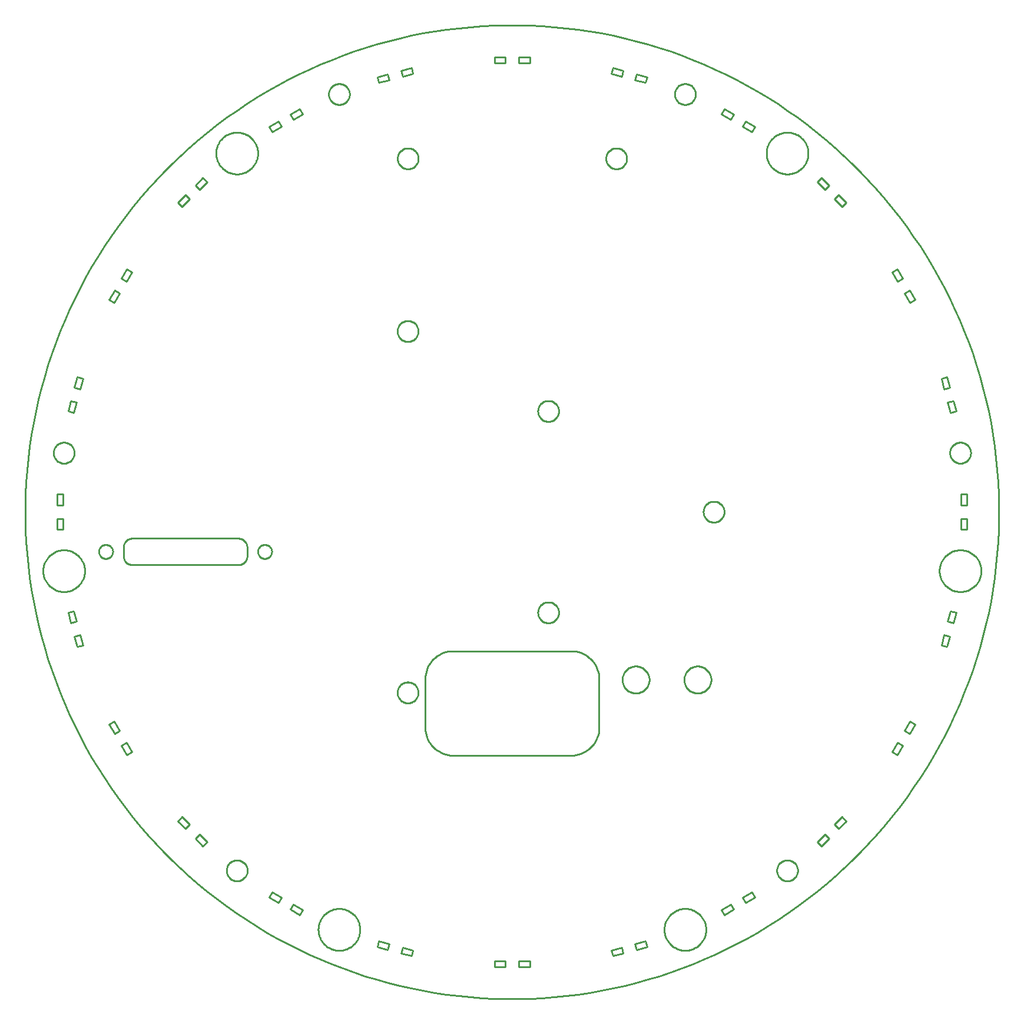
<source format=gbr>
G04 EAGLE Gerber X2 export*
%TF.Part,Single*%
%TF.FileFunction,Profile,NP*%
%TF.FilePolarity,Positive*%
%TF.GenerationSoftware,Autodesk,EAGLE,8.6.0*%
%TF.CreationDate,2019-04-04T15:37:23Z*%
G75*
%MOMM*%
%FSLAX34Y34*%
%LPD*%
%AMOC8*
5,1,8,0,0,1.08239X$1,22.5*%
G01*
%ADD10C,0.254000*%


D10*
X700000Y-8591D02*
X699578Y-25767D01*
X698735Y-42928D01*
X697471Y-60063D01*
X695787Y-77161D01*
X693684Y-94214D01*
X691163Y-111209D01*
X688226Y-128138D01*
X684874Y-144989D01*
X681109Y-161753D01*
X676935Y-178419D01*
X672352Y-194978D01*
X667364Y-211420D01*
X661975Y-227734D01*
X656187Y-243911D01*
X650003Y-259942D01*
X643428Y-275815D01*
X636466Y-291523D01*
X629120Y-307055D01*
X621395Y-322401D01*
X613295Y-337554D01*
X604827Y-352503D01*
X595994Y-367240D01*
X586801Y-381756D01*
X577256Y-396042D01*
X567363Y-410089D01*
X557128Y-423890D01*
X546557Y-437435D01*
X535657Y-450716D01*
X524435Y-463726D01*
X512897Y-476457D01*
X501049Y-488900D01*
X488900Y-501049D01*
X476457Y-512897D01*
X463726Y-524435D01*
X450716Y-535657D01*
X437435Y-546557D01*
X423890Y-557128D01*
X410089Y-567363D01*
X396042Y-577256D01*
X381756Y-586801D01*
X367240Y-595994D01*
X352503Y-604827D01*
X337554Y-613295D01*
X322401Y-621395D01*
X307055Y-629120D01*
X291523Y-636466D01*
X275815Y-643428D01*
X259942Y-650003D01*
X243911Y-656187D01*
X227734Y-661975D01*
X211420Y-667364D01*
X194978Y-672352D01*
X178419Y-676935D01*
X161753Y-681109D01*
X144989Y-684874D01*
X128138Y-688226D01*
X111209Y-691163D01*
X94214Y-693684D01*
X77161Y-695787D01*
X60063Y-697471D01*
X42928Y-698735D01*
X25767Y-699578D01*
X8591Y-700000D01*
X-8591Y-700000D01*
X-25767Y-699578D01*
X-42928Y-698735D01*
X-60063Y-697471D01*
X-77161Y-695787D01*
X-94214Y-693684D01*
X-111209Y-691163D01*
X-128138Y-688226D01*
X-144989Y-684874D01*
X-161753Y-681109D01*
X-178419Y-676935D01*
X-194978Y-672352D01*
X-211420Y-667364D01*
X-227734Y-661975D01*
X-243911Y-656187D01*
X-259942Y-650003D01*
X-275815Y-643428D01*
X-291523Y-636466D01*
X-307055Y-629120D01*
X-322401Y-621395D01*
X-337554Y-613295D01*
X-352503Y-604827D01*
X-367240Y-595994D01*
X-381756Y-586801D01*
X-396042Y-577256D01*
X-410089Y-567363D01*
X-423890Y-557128D01*
X-437435Y-546557D01*
X-450716Y-535657D01*
X-463726Y-524435D01*
X-476457Y-512897D01*
X-488900Y-501049D01*
X-501049Y-488900D01*
X-512897Y-476457D01*
X-524435Y-463726D01*
X-535657Y-450716D01*
X-546557Y-437435D01*
X-557128Y-423890D01*
X-567363Y-410089D01*
X-577256Y-396042D01*
X-586801Y-381756D01*
X-595994Y-367240D01*
X-604827Y-352503D01*
X-613295Y-337554D01*
X-621395Y-322401D01*
X-629120Y-307055D01*
X-636466Y-291523D01*
X-643428Y-275815D01*
X-650003Y-259942D01*
X-656187Y-243911D01*
X-661975Y-227734D01*
X-667364Y-211420D01*
X-672352Y-194978D01*
X-676935Y-178419D01*
X-681109Y-161753D01*
X-684874Y-144989D01*
X-688226Y-128138D01*
X-691163Y-111209D01*
X-693684Y-94214D01*
X-695787Y-77161D01*
X-697471Y-60063D01*
X-698735Y-42928D01*
X-699578Y-25767D01*
X-700000Y-8591D01*
X-700000Y8591D01*
X-699578Y25767D01*
X-698735Y42928D01*
X-697471Y60063D01*
X-695787Y77161D01*
X-693684Y94214D01*
X-691163Y111209D01*
X-688226Y128138D01*
X-684874Y144989D01*
X-681109Y161753D01*
X-676935Y178419D01*
X-672352Y194978D01*
X-667364Y211420D01*
X-661975Y227734D01*
X-656187Y243911D01*
X-650003Y259942D01*
X-643428Y275815D01*
X-636466Y291523D01*
X-629120Y307055D01*
X-621395Y322401D01*
X-613295Y337554D01*
X-604827Y352503D01*
X-595994Y367240D01*
X-586801Y381756D01*
X-577256Y396042D01*
X-567363Y410089D01*
X-557128Y423890D01*
X-546557Y437435D01*
X-535657Y450716D01*
X-524435Y463726D01*
X-512897Y476457D01*
X-501049Y488900D01*
X-488900Y501049D01*
X-476457Y512897D01*
X-463726Y524435D01*
X-450716Y535657D01*
X-437435Y546557D01*
X-423890Y557128D01*
X-410089Y567363D01*
X-396042Y577256D01*
X-381756Y586801D01*
X-367240Y595994D01*
X-352503Y604827D01*
X-337554Y613295D01*
X-322401Y621395D01*
X-307055Y629120D01*
X-291523Y636466D01*
X-275815Y643428D01*
X-259942Y650003D01*
X-243911Y656187D01*
X-227734Y661975D01*
X-211420Y667364D01*
X-194978Y672352D01*
X-178419Y676935D01*
X-161753Y681109D01*
X-144989Y684874D01*
X-128138Y688226D01*
X-111209Y691163D01*
X-94214Y693684D01*
X-77161Y695787D01*
X-60063Y697471D01*
X-42928Y698735D01*
X-25767Y699578D01*
X-8591Y700000D01*
X8591Y700000D01*
X25767Y699578D01*
X42928Y698735D01*
X60063Y697471D01*
X77161Y695787D01*
X94214Y693684D01*
X111209Y691163D01*
X128138Y688226D01*
X144989Y684874D01*
X161753Y681109D01*
X178419Y676935D01*
X194978Y672352D01*
X211420Y667364D01*
X227734Y661975D01*
X243911Y656187D01*
X259942Y650003D01*
X275815Y643428D01*
X291523Y636466D01*
X307055Y629120D01*
X322401Y621395D01*
X337554Y613295D01*
X352503Y604827D01*
X367240Y595994D01*
X381756Y586801D01*
X396042Y577256D01*
X410089Y567363D01*
X423890Y557128D01*
X437435Y546557D01*
X450716Y535657D01*
X463726Y524435D01*
X476457Y512897D01*
X488900Y501049D01*
X501049Y488900D01*
X512897Y476457D01*
X524435Y463726D01*
X535657Y450716D01*
X546557Y437435D01*
X557128Y423890D01*
X567363Y410089D01*
X577256Y396042D01*
X586801Y381756D01*
X595994Y367240D01*
X604827Y352503D01*
X613295Y337554D01*
X621395Y322401D01*
X629120Y307055D01*
X636466Y291523D01*
X643428Y275815D01*
X650003Y259942D01*
X656187Y243911D01*
X661975Y227734D01*
X667364Y211420D01*
X672352Y194978D01*
X676935Y178419D01*
X681109Y161753D01*
X684874Y144989D01*
X688226Y128138D01*
X691163Y111209D01*
X693684Y94214D01*
X695787Y77161D01*
X697471Y60063D01*
X698735Y42928D01*
X699578Y25767D01*
X700000Y8591D01*
X700000Y-8591D01*
X-654250Y-25400D02*
X-645750Y-25400D01*
X-645750Y-9906D01*
X-654250Y-9906D01*
X-654250Y-25400D01*
X-654250Y9906D02*
X-645750Y9906D01*
X-645750Y25400D01*
X-654250Y25400D01*
X-654250Y9906D01*
X-25400Y-654250D02*
X-9906Y-654250D01*
X-9906Y-645750D01*
X-25400Y-645750D01*
X-25400Y-654250D01*
X-25400Y645750D02*
X-9906Y645750D01*
X-9906Y654250D01*
X-25400Y654250D01*
X-25400Y645750D01*
X645750Y-25400D02*
X654250Y-25400D01*
X654250Y-9906D01*
X645750Y-9906D01*
X645750Y-25400D01*
X645750Y9906D02*
X654250Y9906D01*
X654250Y25400D01*
X645750Y25400D01*
X645750Y9906D01*
X9906Y-654250D02*
X25400Y-654250D01*
X25400Y-645750D01*
X9906Y-645750D01*
X9906Y-654250D01*
X9906Y645750D02*
X25400Y645750D01*
X25400Y654250D01*
X9906Y654250D01*
X9906Y645750D01*
X-579297Y-305128D02*
X-571550Y-318546D01*
X-564189Y-314296D01*
X-571936Y-300878D01*
X-579297Y-305128D01*
X564189Y314296D02*
X571936Y300878D01*
X579297Y305128D01*
X571550Y318546D01*
X564189Y314296D01*
X-159764Y-634521D02*
X-144798Y-638531D01*
X-142598Y-630321D01*
X-157564Y-626310D01*
X-159764Y-634521D01*
X176701Y621183D02*
X191667Y617173D01*
X193867Y625383D01*
X178901Y629393D01*
X176701Y621183D01*
X331454Y554283D02*
X344872Y546536D01*
X349122Y553897D01*
X335704Y561644D01*
X331454Y554283D01*
X546536Y344872D02*
X554283Y331454D01*
X561644Y335704D01*
X553897Y349122D01*
X546536Y344872D01*
X-193867Y-625383D02*
X-178901Y-629393D01*
X-176701Y-621183D01*
X-191667Y-617173D01*
X-193867Y-625383D01*
X-638531Y144798D02*
X-630321Y142598D01*
X-626310Y157564D01*
X-634521Y159764D01*
X-638531Y144798D01*
X626310Y-157564D02*
X634521Y-159764D01*
X638531Y-144798D01*
X630321Y-142598D01*
X626310Y-157564D01*
X142598Y630321D02*
X157564Y626310D01*
X159764Y634521D01*
X144798Y638531D01*
X142598Y630321D01*
X617173Y191667D02*
X621183Y176701D01*
X629393Y178901D01*
X625383Y193867D01*
X617173Y191667D01*
X438654Y474575D02*
X449610Y463619D01*
X455620Y469629D01*
X444664Y480585D01*
X438654Y474575D01*
X300878Y571936D02*
X314296Y564189D01*
X318546Y571550D01*
X305128Y579297D01*
X300878Y571936D01*
X-318546Y-571550D02*
X-305128Y-579297D01*
X-300878Y-571936D01*
X-314296Y-564189D01*
X-318546Y-571550D01*
X463619Y449610D02*
X474575Y438654D01*
X480585Y444664D01*
X469629Y455620D01*
X463619Y449610D01*
X463619Y-449610D02*
X469629Y-455620D01*
X480585Y-444664D01*
X474575Y-438654D01*
X463619Y-449610D01*
X300878Y-571936D02*
X305128Y-579297D01*
X318546Y-571550D01*
X314296Y-564189D01*
X300878Y-571936D01*
X-629393Y178901D02*
X-621183Y176701D01*
X-617173Y191667D01*
X-625383Y193867D01*
X-629393Y178901D01*
X617173Y-191667D02*
X625383Y-193867D01*
X629393Y-178901D01*
X621183Y-176701D01*
X617173Y-191667D01*
X626310Y157564D02*
X630321Y142598D01*
X638531Y144798D01*
X634521Y159764D01*
X626310Y157564D01*
X-638531Y-144798D02*
X-634521Y-159764D01*
X-626310Y-157564D01*
X-630321Y-142598D01*
X-638531Y-144798D01*
X438654Y-474575D02*
X444664Y-480585D01*
X455620Y-469629D01*
X449610Y-463619D01*
X438654Y-474575D01*
X-629393Y-178901D02*
X-625383Y-193867D01*
X-617173Y-191667D01*
X-621183Y-176701D01*
X-629393Y-178901D01*
X546536Y-344872D02*
X553897Y-349122D01*
X561644Y-335704D01*
X554283Y-331454D01*
X546536Y-344872D01*
X-455620Y469629D02*
X-449610Y463619D01*
X-438654Y474575D01*
X-444664Y480585D01*
X-455620Y469629D01*
X564189Y-314296D02*
X571550Y-318546D01*
X579297Y-305128D01*
X571936Y-300878D01*
X564189Y-314296D01*
X-579297Y305128D02*
X-571936Y300878D01*
X-564189Y314296D01*
X-571550Y318546D01*
X-579297Y305128D01*
X-318546Y571550D02*
X-314296Y564189D01*
X-300878Y571936D01*
X-305128Y579297D01*
X-318546Y571550D01*
X331454Y-554283D02*
X335704Y-561644D01*
X349122Y-553897D01*
X344872Y-546536D01*
X331454Y-554283D01*
X-159764Y634521D02*
X-157564Y626310D01*
X-142598Y630321D01*
X-144798Y638531D01*
X-159764Y634521D01*
X142598Y-630321D02*
X144798Y-638531D01*
X159764Y-634521D01*
X157564Y-626310D01*
X142598Y-630321D01*
X-193867Y625383D02*
X-191667Y617173D01*
X-176701Y621183D01*
X-178901Y629393D01*
X-193867Y625383D01*
X176701Y-621183D02*
X178901Y-629393D01*
X193867Y-625383D01*
X191667Y-617173D01*
X176701Y-621183D01*
X-349122Y-553897D02*
X-335704Y-561644D01*
X-331454Y-554283D01*
X-344872Y-546536D01*
X-349122Y-553897D01*
X-480585Y-444664D02*
X-469629Y-455620D01*
X-463619Y-449610D01*
X-474575Y-438654D01*
X-480585Y-444664D01*
X-480585Y444664D02*
X-474575Y438654D01*
X-463619Y449610D01*
X-469629Y455620D01*
X-480585Y444664D01*
X-455620Y-469629D02*
X-444664Y-480585D01*
X-438654Y-474575D01*
X-449610Y-463619D01*
X-455620Y-469629D01*
X-561644Y-335704D02*
X-553897Y-349122D01*
X-546536Y-344872D01*
X-554283Y-331454D01*
X-561644Y-335704D01*
X-561644Y335704D02*
X-554283Y331454D01*
X-546536Y344872D01*
X-553897Y349122D01*
X-561644Y335704D01*
X-349122Y553897D02*
X-344872Y546536D01*
X-331454Y554283D01*
X-335704Y561644D01*
X-349122Y553897D01*
X-558800Y-63500D02*
X-558752Y-64607D01*
X-558607Y-65705D01*
X-558367Y-66787D01*
X-558034Y-67844D01*
X-557610Y-68867D01*
X-557099Y-69850D01*
X-556503Y-70784D01*
X-555829Y-71663D01*
X-555080Y-72480D01*
X-554263Y-73229D01*
X-553384Y-73903D01*
X-552450Y-74499D01*
X-551467Y-75010D01*
X-550444Y-75434D01*
X-549387Y-75767D01*
X-548305Y-76007D01*
X-547207Y-76152D01*
X-546100Y-76200D01*
X-393700Y-76200D01*
X-392593Y-76152D01*
X-391495Y-76007D01*
X-390413Y-75767D01*
X-389356Y-75434D01*
X-388333Y-75010D01*
X-387350Y-74499D01*
X-386416Y-73903D01*
X-385537Y-73229D01*
X-384720Y-72480D01*
X-383971Y-71663D01*
X-383297Y-70784D01*
X-382701Y-69850D01*
X-382190Y-68867D01*
X-381766Y-67844D01*
X-381433Y-66787D01*
X-381193Y-65705D01*
X-381048Y-64607D01*
X-381000Y-63500D01*
X-381000Y-50800D01*
X-381048Y-49693D01*
X-381193Y-48595D01*
X-381433Y-47513D01*
X-381766Y-46456D01*
X-382190Y-45433D01*
X-382701Y-44450D01*
X-383297Y-43516D01*
X-383971Y-42637D01*
X-384720Y-41820D01*
X-385537Y-41071D01*
X-386416Y-40397D01*
X-387350Y-39801D01*
X-388333Y-39290D01*
X-389356Y-38866D01*
X-390413Y-38533D01*
X-391495Y-38293D01*
X-392593Y-38148D01*
X-393700Y-38100D01*
X-546100Y-38100D01*
X-547207Y-38148D01*
X-548305Y-38293D01*
X-549387Y-38533D01*
X-550444Y-38866D01*
X-551467Y-39290D01*
X-552450Y-39801D01*
X-553384Y-40397D01*
X-554263Y-41071D01*
X-555080Y-41820D01*
X-555829Y-42637D01*
X-556503Y-43516D01*
X-557099Y-44450D01*
X-557610Y-45433D01*
X-558034Y-46456D01*
X-558367Y-47513D01*
X-558607Y-48595D01*
X-558752Y-49693D01*
X-558800Y-50800D01*
X-558800Y-63500D01*
X-125000Y-310000D02*
X-124848Y-313486D01*
X-124392Y-316946D01*
X-123637Y-320353D01*
X-122588Y-323681D01*
X-121252Y-326905D01*
X-119641Y-330000D01*
X-117766Y-332943D01*
X-115642Y-335712D01*
X-113284Y-338284D01*
X-110712Y-340642D01*
X-107943Y-342766D01*
X-105000Y-344641D01*
X-101905Y-346252D01*
X-98681Y-347588D01*
X-95353Y-348637D01*
X-91946Y-349392D01*
X-88486Y-349848D01*
X-85000Y-350000D01*
X85000Y-350000D01*
X88486Y-349848D01*
X91946Y-349392D01*
X95353Y-348637D01*
X98681Y-347588D01*
X101905Y-346252D01*
X105000Y-344641D01*
X107943Y-342766D01*
X110712Y-340642D01*
X113284Y-338284D01*
X115642Y-335712D01*
X117766Y-332943D01*
X119641Y-330000D01*
X121252Y-326905D01*
X122588Y-323681D01*
X123637Y-320353D01*
X124392Y-316946D01*
X124848Y-313486D01*
X125000Y-310000D01*
X125000Y-240000D01*
X124848Y-236514D01*
X124392Y-233054D01*
X123637Y-229647D01*
X122588Y-226319D01*
X121252Y-223095D01*
X119641Y-220000D01*
X117766Y-217057D01*
X115642Y-214289D01*
X113284Y-211716D01*
X110712Y-209358D01*
X107943Y-207234D01*
X105000Y-205359D01*
X101905Y-203748D01*
X98681Y-202412D01*
X95353Y-201363D01*
X91946Y-200608D01*
X88486Y-200152D01*
X85000Y-200000D01*
X-85000Y-200000D01*
X-88486Y-200152D01*
X-91946Y-200608D01*
X-95353Y-201363D01*
X-98681Y-202412D01*
X-101905Y-203748D01*
X-105000Y-205359D01*
X-107943Y-207234D01*
X-110712Y-209358D01*
X-113284Y-211716D01*
X-115642Y-214289D01*
X-117766Y-217057D01*
X-119641Y-220000D01*
X-121252Y-223095D01*
X-122588Y-226319D01*
X-123637Y-229647D01*
X-124392Y-233054D01*
X-124848Y-236514D01*
X-125000Y-240000D01*
X-125000Y-310000D01*
X67070Y144244D02*
X66994Y143176D01*
X66841Y142115D01*
X66613Y141068D01*
X66311Y140040D01*
X65937Y139036D01*
X65492Y138061D01*
X64978Y137121D01*
X64399Y136220D01*
X63757Y135362D01*
X63055Y134552D01*
X62298Y133795D01*
X61488Y133093D01*
X60630Y132451D01*
X59729Y131872D01*
X58789Y131358D01*
X57814Y130913D01*
X56810Y130539D01*
X55782Y130237D01*
X54735Y130009D01*
X53674Y129856D01*
X52606Y129780D01*
X51534Y129780D01*
X50466Y129856D01*
X49405Y130009D01*
X48358Y130237D01*
X47330Y130539D01*
X46326Y130913D01*
X45351Y131358D01*
X44411Y131872D01*
X43510Y132451D01*
X42652Y133093D01*
X41842Y133795D01*
X41085Y134552D01*
X40383Y135362D01*
X39741Y136220D01*
X39162Y137121D01*
X38648Y138061D01*
X38203Y139036D01*
X37829Y140040D01*
X37527Y141068D01*
X37299Y142115D01*
X37146Y143176D01*
X37070Y144244D01*
X37070Y145316D01*
X37146Y146384D01*
X37299Y147445D01*
X37527Y148492D01*
X37829Y149520D01*
X38203Y150524D01*
X38648Y151499D01*
X39162Y152439D01*
X39741Y153340D01*
X40383Y154198D01*
X41085Y155008D01*
X41842Y155765D01*
X42652Y156467D01*
X43510Y157109D01*
X44411Y157688D01*
X45351Y158202D01*
X46326Y158647D01*
X47330Y159021D01*
X48358Y159323D01*
X49405Y159551D01*
X50466Y159704D01*
X51534Y159780D01*
X52606Y159780D01*
X53674Y159704D01*
X54735Y159551D01*
X55782Y159323D01*
X56810Y159021D01*
X57814Y158647D01*
X58789Y158202D01*
X59729Y157688D01*
X60630Y157109D01*
X61488Y156467D01*
X62298Y155765D01*
X63055Y155008D01*
X63757Y154198D01*
X64399Y153340D01*
X64978Y152439D01*
X65492Y151499D01*
X65937Y150524D01*
X66311Y149520D01*
X66613Y148492D01*
X66841Y147445D01*
X66994Y146384D01*
X67070Y145316D01*
X67070Y144244D01*
X67070Y-145316D02*
X66994Y-146384D01*
X66841Y-147445D01*
X66613Y-148492D01*
X66311Y-149520D01*
X65937Y-150524D01*
X65492Y-151499D01*
X64978Y-152439D01*
X64399Y-153340D01*
X63757Y-154198D01*
X63055Y-155008D01*
X62298Y-155765D01*
X61488Y-156467D01*
X60630Y-157109D01*
X59729Y-157688D01*
X58789Y-158202D01*
X57814Y-158647D01*
X56810Y-159021D01*
X55782Y-159323D01*
X54735Y-159551D01*
X53674Y-159704D01*
X52606Y-159780D01*
X51534Y-159780D01*
X50466Y-159704D01*
X49405Y-159551D01*
X48358Y-159323D01*
X47330Y-159021D01*
X46326Y-158647D01*
X45351Y-158202D01*
X44411Y-157688D01*
X43510Y-157109D01*
X42652Y-156467D01*
X41842Y-155765D01*
X41085Y-155008D01*
X40383Y-154198D01*
X39741Y-153340D01*
X39162Y-152439D01*
X38648Y-151499D01*
X38203Y-150524D01*
X37829Y-149520D01*
X37527Y-148492D01*
X37299Y-147445D01*
X37146Y-146384D01*
X37070Y-145316D01*
X37070Y-144244D01*
X37146Y-143176D01*
X37299Y-142115D01*
X37527Y-141068D01*
X37829Y-140040D01*
X38203Y-139036D01*
X38648Y-138061D01*
X39162Y-137121D01*
X39741Y-136220D01*
X40383Y-135362D01*
X41085Y-134552D01*
X41842Y-133795D01*
X42652Y-133093D01*
X43510Y-132451D01*
X44411Y-131872D01*
X45351Y-131358D01*
X46326Y-130913D01*
X47330Y-130539D01*
X48358Y-130237D01*
X49405Y-130009D01*
X50466Y-129856D01*
X51534Y-129780D01*
X52606Y-129780D01*
X53674Y-129856D01*
X54735Y-130009D01*
X55782Y-130237D01*
X56810Y-130539D01*
X57814Y-130913D01*
X58789Y-131358D01*
X59729Y-131872D01*
X60630Y-132451D01*
X61488Y-133093D01*
X62298Y-133795D01*
X63055Y-134552D01*
X63757Y-135362D01*
X64399Y-136220D01*
X64978Y-137121D01*
X65492Y-138061D01*
X65937Y-139036D01*
X66311Y-140040D01*
X66613Y-141068D01*
X66841Y-142115D01*
X66994Y-143176D01*
X67070Y-144244D01*
X67070Y-145316D01*
X263740Y599984D02*
X263664Y598916D01*
X263511Y597855D01*
X263283Y596808D01*
X262981Y595780D01*
X262607Y594776D01*
X262162Y593801D01*
X261648Y592861D01*
X261069Y591960D01*
X260427Y591102D01*
X259725Y590292D01*
X258968Y589535D01*
X258158Y588833D01*
X257300Y588191D01*
X256399Y587612D01*
X255459Y587098D01*
X254484Y586653D01*
X253480Y586279D01*
X252452Y585977D01*
X251405Y585749D01*
X250344Y585596D01*
X249276Y585520D01*
X248204Y585520D01*
X247136Y585596D01*
X246075Y585749D01*
X245028Y585977D01*
X244000Y586279D01*
X242996Y586653D01*
X242021Y587098D01*
X241081Y587612D01*
X240180Y588191D01*
X239322Y588833D01*
X238512Y589535D01*
X237755Y590292D01*
X237053Y591102D01*
X236411Y591960D01*
X235832Y592861D01*
X235318Y593801D01*
X234873Y594776D01*
X234499Y595780D01*
X234197Y596808D01*
X233969Y597855D01*
X233816Y598916D01*
X233740Y599984D01*
X233740Y601056D01*
X233816Y602124D01*
X233969Y603185D01*
X234197Y604232D01*
X234499Y605260D01*
X234873Y606264D01*
X235318Y607239D01*
X235832Y608179D01*
X236411Y609080D01*
X237053Y609938D01*
X237755Y610748D01*
X238512Y611505D01*
X239322Y612207D01*
X240180Y612849D01*
X241081Y613428D01*
X242021Y613942D01*
X242996Y614387D01*
X244000Y614761D01*
X245028Y615063D01*
X246075Y615291D01*
X247136Y615444D01*
X248204Y615520D01*
X249276Y615520D01*
X250344Y615444D01*
X251405Y615291D01*
X252452Y615063D01*
X253480Y614761D01*
X254484Y614387D01*
X255459Y613942D01*
X256399Y613428D01*
X257300Y612849D01*
X258158Y612207D01*
X258968Y611505D01*
X259725Y610748D01*
X260427Y609938D01*
X261069Y609080D01*
X261648Y608179D01*
X262162Y607239D01*
X262607Y606264D01*
X262981Y605260D01*
X263283Y604232D01*
X263511Y603185D01*
X263664Y602124D01*
X263740Y601056D01*
X263740Y599984D01*
X-233740Y599984D02*
X-233816Y598916D01*
X-233969Y597855D01*
X-234197Y596808D01*
X-234499Y595780D01*
X-234873Y594776D01*
X-235318Y593801D01*
X-235832Y592861D01*
X-236411Y591960D01*
X-237053Y591102D01*
X-237755Y590292D01*
X-238512Y589535D01*
X-239322Y588833D01*
X-240180Y588191D01*
X-241081Y587612D01*
X-242021Y587098D01*
X-242996Y586653D01*
X-244000Y586279D01*
X-245028Y585977D01*
X-246075Y585749D01*
X-247136Y585596D01*
X-248204Y585520D01*
X-249276Y585520D01*
X-250344Y585596D01*
X-251405Y585749D01*
X-252452Y585977D01*
X-253480Y586279D01*
X-254484Y586653D01*
X-255459Y587098D01*
X-256399Y587612D01*
X-257300Y588191D01*
X-258158Y588833D01*
X-258968Y589535D01*
X-259725Y590292D01*
X-260427Y591102D01*
X-261069Y591960D01*
X-261648Y592861D01*
X-262162Y593801D01*
X-262607Y594776D01*
X-262981Y595780D01*
X-263283Y596808D01*
X-263511Y597855D01*
X-263664Y598916D01*
X-263740Y599984D01*
X-263740Y601056D01*
X-263664Y602124D01*
X-263511Y603185D01*
X-263283Y604232D01*
X-262981Y605260D01*
X-262607Y606264D01*
X-262162Y607239D01*
X-261648Y608179D01*
X-261069Y609080D01*
X-260427Y609938D01*
X-259725Y610748D01*
X-258968Y611505D01*
X-258158Y612207D01*
X-257300Y612849D01*
X-256399Y613428D01*
X-255459Y613942D01*
X-254484Y614387D01*
X-253480Y614761D01*
X-252452Y615063D01*
X-251405Y615291D01*
X-250344Y615444D01*
X-249276Y615520D01*
X-248204Y615520D01*
X-247136Y615444D01*
X-246075Y615291D01*
X-245028Y615063D01*
X-244000Y614761D01*
X-242996Y614387D01*
X-242021Y613942D01*
X-241081Y613428D01*
X-240180Y612849D01*
X-239322Y612207D01*
X-238512Y611505D01*
X-237755Y610748D01*
X-237053Y609938D01*
X-236411Y609080D01*
X-235832Y608179D01*
X-235318Y607239D01*
X-234873Y606264D01*
X-234499Y605260D01*
X-234197Y604232D01*
X-233969Y603185D01*
X-233816Y602124D01*
X-233740Y601056D01*
X-233740Y599984D01*
X-629440Y84304D02*
X-629516Y83236D01*
X-629669Y82175D01*
X-629897Y81128D01*
X-630199Y80100D01*
X-630573Y79096D01*
X-631018Y78121D01*
X-631532Y77181D01*
X-632111Y76280D01*
X-632753Y75422D01*
X-633455Y74612D01*
X-634212Y73855D01*
X-635022Y73153D01*
X-635880Y72511D01*
X-636781Y71932D01*
X-637721Y71418D01*
X-638696Y70973D01*
X-639700Y70599D01*
X-640728Y70297D01*
X-641775Y70069D01*
X-642836Y69916D01*
X-643904Y69840D01*
X-644976Y69840D01*
X-646044Y69916D01*
X-647105Y70069D01*
X-648152Y70297D01*
X-649180Y70599D01*
X-650184Y70973D01*
X-651159Y71418D01*
X-652099Y71932D01*
X-653000Y72511D01*
X-653858Y73153D01*
X-654668Y73855D01*
X-655425Y74612D01*
X-656127Y75422D01*
X-656769Y76280D01*
X-657348Y77181D01*
X-657862Y78121D01*
X-658307Y79096D01*
X-658681Y80100D01*
X-658983Y81128D01*
X-659211Y82175D01*
X-659364Y83236D01*
X-659440Y84304D01*
X-659440Y85376D01*
X-659364Y86444D01*
X-659211Y87505D01*
X-658983Y88552D01*
X-658681Y89580D01*
X-658307Y90584D01*
X-657862Y91559D01*
X-657348Y92499D01*
X-656769Y93400D01*
X-656127Y94258D01*
X-655425Y95068D01*
X-654668Y95825D01*
X-653858Y96527D01*
X-653000Y97169D01*
X-652099Y97748D01*
X-651159Y98262D01*
X-650184Y98707D01*
X-649180Y99081D01*
X-648152Y99383D01*
X-647105Y99611D01*
X-646044Y99764D01*
X-644976Y99840D01*
X-643904Y99840D01*
X-642836Y99764D01*
X-641775Y99611D01*
X-640728Y99383D01*
X-639700Y99081D01*
X-638696Y98707D01*
X-637721Y98262D01*
X-636781Y97748D01*
X-635880Y97169D01*
X-635022Y96527D01*
X-634212Y95825D01*
X-633455Y95068D01*
X-632753Y94258D01*
X-632111Y93400D01*
X-631532Y92499D01*
X-631018Y91559D01*
X-630573Y90584D01*
X-630199Y89580D01*
X-629897Y88552D01*
X-629669Y87505D01*
X-629516Y86444D01*
X-629440Y85376D01*
X-629440Y84304D01*
X-380690Y-516216D02*
X-380766Y-517284D01*
X-380919Y-518345D01*
X-381147Y-519392D01*
X-381449Y-520420D01*
X-381823Y-521424D01*
X-382268Y-522399D01*
X-382782Y-523339D01*
X-383361Y-524240D01*
X-384003Y-525098D01*
X-384705Y-525908D01*
X-385462Y-526665D01*
X-386272Y-527367D01*
X-387130Y-528009D01*
X-388031Y-528588D01*
X-388971Y-529102D01*
X-389946Y-529547D01*
X-390950Y-529921D01*
X-391978Y-530223D01*
X-393025Y-530451D01*
X-394086Y-530604D01*
X-395154Y-530680D01*
X-396226Y-530680D01*
X-397294Y-530604D01*
X-398355Y-530451D01*
X-399402Y-530223D01*
X-400430Y-529921D01*
X-401434Y-529547D01*
X-402409Y-529102D01*
X-403349Y-528588D01*
X-404250Y-528009D01*
X-405108Y-527367D01*
X-405918Y-526665D01*
X-406675Y-525908D01*
X-407377Y-525098D01*
X-408019Y-524240D01*
X-408598Y-523339D01*
X-409112Y-522399D01*
X-409557Y-521424D01*
X-409931Y-520420D01*
X-410233Y-519392D01*
X-410461Y-518345D01*
X-410614Y-517284D01*
X-410690Y-516216D01*
X-410690Y-515144D01*
X-410614Y-514076D01*
X-410461Y-513015D01*
X-410233Y-511968D01*
X-409931Y-510940D01*
X-409557Y-509936D01*
X-409112Y-508961D01*
X-408598Y-508021D01*
X-408019Y-507120D01*
X-407377Y-506262D01*
X-406675Y-505452D01*
X-405918Y-504695D01*
X-405108Y-503993D01*
X-404250Y-503351D01*
X-403349Y-502772D01*
X-402409Y-502258D01*
X-401434Y-501813D01*
X-400430Y-501439D01*
X-399402Y-501137D01*
X-398355Y-500909D01*
X-397294Y-500756D01*
X-396226Y-500680D01*
X-395154Y-500680D01*
X-394086Y-500756D01*
X-393025Y-500909D01*
X-391978Y-501137D01*
X-390950Y-501439D01*
X-389946Y-501813D01*
X-388971Y-502258D01*
X-388031Y-502772D01*
X-387130Y-503351D01*
X-386272Y-503993D01*
X-385462Y-504695D01*
X-384705Y-505452D01*
X-384003Y-506262D01*
X-383361Y-507120D01*
X-382782Y-508021D01*
X-382268Y-508961D01*
X-381823Y-509936D01*
X-381449Y-510940D01*
X-381147Y-511968D01*
X-380919Y-513015D01*
X-380766Y-514076D01*
X-380690Y-515144D01*
X-380690Y-516216D01*
X410690Y-516216D02*
X410614Y-517284D01*
X410461Y-518345D01*
X410233Y-519392D01*
X409931Y-520420D01*
X409557Y-521424D01*
X409112Y-522399D01*
X408598Y-523339D01*
X408019Y-524240D01*
X407377Y-525098D01*
X406675Y-525908D01*
X405918Y-526665D01*
X405108Y-527367D01*
X404250Y-528009D01*
X403349Y-528588D01*
X402409Y-529102D01*
X401434Y-529547D01*
X400430Y-529921D01*
X399402Y-530223D01*
X398355Y-530451D01*
X397294Y-530604D01*
X396226Y-530680D01*
X395154Y-530680D01*
X394086Y-530604D01*
X393025Y-530451D01*
X391978Y-530223D01*
X390950Y-529921D01*
X389946Y-529547D01*
X388971Y-529102D01*
X388031Y-528588D01*
X387130Y-528009D01*
X386272Y-527367D01*
X385462Y-526665D01*
X384705Y-525908D01*
X384003Y-525098D01*
X383361Y-524240D01*
X382782Y-523339D01*
X382268Y-522399D01*
X381823Y-521424D01*
X381449Y-520420D01*
X381147Y-519392D01*
X380919Y-518345D01*
X380766Y-517284D01*
X380690Y-516216D01*
X380690Y-515144D01*
X380766Y-514076D01*
X380919Y-513015D01*
X381147Y-511968D01*
X381449Y-510940D01*
X381823Y-509936D01*
X382268Y-508961D01*
X382782Y-508021D01*
X383361Y-507120D01*
X384003Y-506262D01*
X384705Y-505452D01*
X385462Y-504695D01*
X386272Y-503993D01*
X387130Y-503351D01*
X388031Y-502772D01*
X388971Y-502258D01*
X389946Y-501813D01*
X390950Y-501439D01*
X391978Y-501137D01*
X393025Y-500909D01*
X394086Y-500756D01*
X395154Y-500680D01*
X396226Y-500680D01*
X397294Y-500756D01*
X398355Y-500909D01*
X399402Y-501137D01*
X400430Y-501439D01*
X401434Y-501813D01*
X402409Y-502258D01*
X403349Y-502772D01*
X404250Y-503351D01*
X405108Y-503993D01*
X405918Y-504695D01*
X406675Y-505452D01*
X407377Y-506262D01*
X408019Y-507120D01*
X408598Y-508021D01*
X409112Y-508961D01*
X409557Y-509936D01*
X409931Y-510940D01*
X410233Y-511968D01*
X410461Y-513015D01*
X410614Y-514076D01*
X410690Y-515144D01*
X410690Y-516216D01*
X659440Y84304D02*
X659364Y83236D01*
X659211Y82175D01*
X658983Y81128D01*
X658681Y80100D01*
X658307Y79096D01*
X657862Y78121D01*
X657348Y77181D01*
X656769Y76280D01*
X656127Y75422D01*
X655425Y74612D01*
X654668Y73855D01*
X653858Y73153D01*
X653000Y72511D01*
X652099Y71932D01*
X651159Y71418D01*
X650184Y70973D01*
X649180Y70599D01*
X648152Y70297D01*
X647105Y70069D01*
X646044Y69916D01*
X644976Y69840D01*
X643904Y69840D01*
X642836Y69916D01*
X641775Y70069D01*
X640728Y70297D01*
X639700Y70599D01*
X638696Y70973D01*
X637721Y71418D01*
X636781Y71932D01*
X635880Y72511D01*
X635022Y73153D01*
X634212Y73855D01*
X633455Y74612D01*
X632753Y75422D01*
X632111Y76280D01*
X631532Y77181D01*
X631018Y78121D01*
X630573Y79096D01*
X630199Y80100D01*
X629897Y81128D01*
X629669Y82175D01*
X629516Y83236D01*
X629440Y84304D01*
X629440Y85376D01*
X629516Y86444D01*
X629669Y87505D01*
X629897Y88552D01*
X630199Y89580D01*
X630573Y90584D01*
X631018Y91559D01*
X631532Y92499D01*
X632111Y93400D01*
X632753Y94258D01*
X633455Y95068D01*
X634212Y95825D01*
X635022Y96527D01*
X635880Y97169D01*
X636781Y97748D01*
X637721Y98262D01*
X638696Y98707D01*
X639700Y99081D01*
X640728Y99383D01*
X641775Y99611D01*
X642836Y99764D01*
X643904Y99840D01*
X644976Y99840D01*
X646044Y99764D01*
X647105Y99611D01*
X648152Y99383D01*
X649180Y99081D01*
X650184Y98707D01*
X651159Y98262D01*
X652099Y97748D01*
X653000Y97169D01*
X653858Y96527D01*
X654668Y95825D01*
X655425Y95068D01*
X656127Y94258D01*
X656769Y93400D01*
X657348Y92499D01*
X657862Y91559D01*
X658307Y90584D01*
X658681Y89580D01*
X658983Y88552D01*
X659211Y87505D01*
X659364Y86444D01*
X659440Y85376D01*
X659440Y84304D01*
X-135000Y259274D02*
X-135076Y258206D01*
X-135229Y257145D01*
X-135457Y256098D01*
X-135759Y255070D01*
X-136133Y254066D01*
X-136578Y253091D01*
X-137092Y252151D01*
X-137671Y251250D01*
X-138313Y250392D01*
X-139015Y249582D01*
X-139772Y248825D01*
X-140582Y248123D01*
X-141440Y247481D01*
X-142341Y246902D01*
X-143281Y246388D01*
X-144256Y245943D01*
X-145260Y245569D01*
X-146288Y245267D01*
X-147335Y245039D01*
X-148396Y244886D01*
X-149464Y244810D01*
X-150536Y244810D01*
X-151604Y244886D01*
X-152665Y245039D01*
X-153712Y245267D01*
X-154740Y245569D01*
X-155744Y245943D01*
X-156719Y246388D01*
X-157659Y246902D01*
X-158560Y247481D01*
X-159418Y248123D01*
X-160228Y248825D01*
X-160985Y249582D01*
X-161687Y250392D01*
X-162329Y251250D01*
X-162908Y252151D01*
X-163422Y253091D01*
X-163867Y254066D01*
X-164241Y255070D01*
X-164543Y256098D01*
X-164771Y257145D01*
X-164924Y258206D01*
X-165000Y259274D01*
X-165000Y260346D01*
X-164924Y261414D01*
X-164771Y262475D01*
X-164543Y263522D01*
X-164241Y264550D01*
X-163867Y265554D01*
X-163422Y266529D01*
X-162908Y267469D01*
X-162329Y268370D01*
X-161687Y269228D01*
X-160985Y270038D01*
X-160228Y270795D01*
X-159418Y271497D01*
X-158560Y272139D01*
X-157659Y272718D01*
X-156719Y273232D01*
X-155744Y273677D01*
X-154740Y274051D01*
X-153712Y274353D01*
X-152665Y274581D01*
X-151604Y274734D01*
X-150536Y274810D01*
X-149464Y274810D01*
X-148396Y274734D01*
X-147335Y274581D01*
X-146288Y274353D01*
X-145260Y274051D01*
X-144256Y273677D01*
X-143281Y273232D01*
X-142341Y272718D01*
X-141440Y272139D01*
X-140582Y271497D01*
X-139772Y270795D01*
X-139015Y270038D01*
X-138313Y269228D01*
X-137671Y268370D01*
X-137092Y267469D01*
X-136578Y266529D01*
X-136133Y265554D01*
X-135759Y264550D01*
X-135457Y263522D01*
X-135229Y262475D01*
X-135076Y261414D01*
X-135000Y260346D01*
X-135000Y259274D01*
X305000Y-536D02*
X304924Y-1604D01*
X304771Y-2665D01*
X304543Y-3712D01*
X304241Y-4740D01*
X303867Y-5744D01*
X303422Y-6719D01*
X302908Y-7659D01*
X302329Y-8560D01*
X301687Y-9418D01*
X300985Y-10228D01*
X300228Y-10985D01*
X299418Y-11687D01*
X298560Y-12329D01*
X297659Y-12908D01*
X296719Y-13422D01*
X295744Y-13867D01*
X294740Y-14241D01*
X293712Y-14543D01*
X292665Y-14771D01*
X291604Y-14924D01*
X290536Y-15000D01*
X289464Y-15000D01*
X288396Y-14924D01*
X287335Y-14771D01*
X286288Y-14543D01*
X285260Y-14241D01*
X284256Y-13867D01*
X283281Y-13422D01*
X282341Y-12908D01*
X281440Y-12329D01*
X280582Y-11687D01*
X279772Y-10985D01*
X279015Y-10228D01*
X278313Y-9418D01*
X277671Y-8560D01*
X277092Y-7659D01*
X276578Y-6719D01*
X276133Y-5744D01*
X275759Y-4740D01*
X275457Y-3712D01*
X275229Y-2665D01*
X275076Y-1604D01*
X275000Y-536D01*
X275000Y536D01*
X275076Y1604D01*
X275229Y2665D01*
X275457Y3712D01*
X275759Y4740D01*
X276133Y5744D01*
X276578Y6719D01*
X277092Y7659D01*
X277671Y8560D01*
X278313Y9418D01*
X279015Y10228D01*
X279772Y10985D01*
X280582Y11687D01*
X281440Y12329D01*
X282341Y12908D01*
X283281Y13422D01*
X284256Y13867D01*
X285260Y14241D01*
X286288Y14543D01*
X287335Y14771D01*
X288396Y14924D01*
X289464Y15000D01*
X290536Y15000D01*
X291604Y14924D01*
X292665Y14771D01*
X293712Y14543D01*
X294740Y14241D01*
X295744Y13867D01*
X296719Y13422D01*
X297659Y12908D01*
X298560Y12329D01*
X299418Y11687D01*
X300228Y10985D01*
X300985Y10228D01*
X301687Y9418D01*
X302329Y8560D01*
X302908Y7659D01*
X303422Y6719D01*
X303867Y5744D01*
X304241Y4740D01*
X304543Y3712D01*
X304771Y2665D01*
X304924Y1604D01*
X305000Y536D01*
X305000Y-536D01*
X-135000Y-260346D02*
X-135076Y-261414D01*
X-135229Y-262475D01*
X-135457Y-263522D01*
X-135759Y-264550D01*
X-136133Y-265554D01*
X-136578Y-266529D01*
X-137092Y-267469D01*
X-137671Y-268370D01*
X-138313Y-269228D01*
X-139015Y-270038D01*
X-139772Y-270795D01*
X-140582Y-271497D01*
X-141440Y-272139D01*
X-142341Y-272718D01*
X-143281Y-273232D01*
X-144256Y-273677D01*
X-145260Y-274051D01*
X-146288Y-274353D01*
X-147335Y-274581D01*
X-148396Y-274734D01*
X-149464Y-274810D01*
X-150536Y-274810D01*
X-151604Y-274734D01*
X-152665Y-274581D01*
X-153712Y-274353D01*
X-154740Y-274051D01*
X-155744Y-273677D01*
X-156719Y-273232D01*
X-157659Y-272718D01*
X-158560Y-272139D01*
X-159418Y-271497D01*
X-160228Y-270795D01*
X-160985Y-270038D01*
X-161687Y-269228D01*
X-162329Y-268370D01*
X-162908Y-267469D01*
X-163422Y-266529D01*
X-163867Y-265554D01*
X-164241Y-264550D01*
X-164543Y-263522D01*
X-164771Y-262475D01*
X-164924Y-261414D01*
X-165000Y-260346D01*
X-165000Y-259274D01*
X-164924Y-258206D01*
X-164771Y-257145D01*
X-164543Y-256098D01*
X-164241Y-255070D01*
X-163867Y-254066D01*
X-163422Y-253091D01*
X-162908Y-252151D01*
X-162329Y-251250D01*
X-161687Y-250392D01*
X-160985Y-249582D01*
X-160228Y-248825D01*
X-159418Y-248123D01*
X-158560Y-247481D01*
X-157659Y-246902D01*
X-156719Y-246388D01*
X-155744Y-245943D01*
X-154740Y-245569D01*
X-153712Y-245267D01*
X-152665Y-245039D01*
X-151604Y-244886D01*
X-150536Y-244810D01*
X-149464Y-244810D01*
X-148396Y-244886D01*
X-147335Y-245039D01*
X-146288Y-245267D01*
X-145260Y-245569D01*
X-144256Y-245943D01*
X-143281Y-246388D01*
X-142341Y-246902D01*
X-141440Y-247481D01*
X-140582Y-248123D01*
X-139772Y-248825D01*
X-139015Y-249582D01*
X-138313Y-250392D01*
X-137671Y-251250D01*
X-137092Y-252151D01*
X-136578Y-253091D01*
X-136133Y-254066D01*
X-135759Y-255070D01*
X-135457Y-256098D01*
X-135229Y-257145D01*
X-135076Y-258206D01*
X-135000Y-259274D01*
X-135000Y-260346D01*
X-365690Y514944D02*
X-365762Y513472D01*
X-365907Y512007D01*
X-366123Y510550D01*
X-366410Y509105D01*
X-366768Y507676D01*
X-367196Y506267D01*
X-367692Y504880D01*
X-368255Y503519D01*
X-368885Y502188D01*
X-369580Y500889D01*
X-370337Y499625D01*
X-371155Y498401D01*
X-372032Y497218D01*
X-372967Y496079D01*
X-373956Y494988D01*
X-374998Y493946D01*
X-376089Y492957D01*
X-377228Y492022D01*
X-378411Y491145D01*
X-379635Y490327D01*
X-380899Y489570D01*
X-382198Y488875D01*
X-383529Y488245D01*
X-384890Y487682D01*
X-386277Y487186D01*
X-387686Y486758D01*
X-389115Y486400D01*
X-390560Y486113D01*
X-392017Y485897D01*
X-393482Y485752D01*
X-394954Y485680D01*
X-396426Y485680D01*
X-397898Y485752D01*
X-399363Y485897D01*
X-400820Y486113D01*
X-402265Y486400D01*
X-403694Y486758D01*
X-405103Y487186D01*
X-406490Y487682D01*
X-407851Y488245D01*
X-409182Y488875D01*
X-410481Y489570D01*
X-411745Y490327D01*
X-412969Y491145D01*
X-414153Y492022D01*
X-415291Y492957D01*
X-416382Y493946D01*
X-417424Y494988D01*
X-418413Y496079D01*
X-419348Y497218D01*
X-420225Y498401D01*
X-421043Y499625D01*
X-421800Y500889D01*
X-422495Y502188D01*
X-423125Y503519D01*
X-423688Y504880D01*
X-424184Y506267D01*
X-424612Y507676D01*
X-424970Y509105D01*
X-425257Y510550D01*
X-425473Y512007D01*
X-425618Y513472D01*
X-425690Y514944D01*
X-425690Y516416D01*
X-425618Y517888D01*
X-425473Y519353D01*
X-425257Y520810D01*
X-424970Y522255D01*
X-424612Y523684D01*
X-424184Y525093D01*
X-423688Y526480D01*
X-423125Y527841D01*
X-422495Y529172D01*
X-421800Y530471D01*
X-421043Y531735D01*
X-420225Y532959D01*
X-419348Y534143D01*
X-418413Y535281D01*
X-417424Y536372D01*
X-416382Y537414D01*
X-415291Y538403D01*
X-414153Y539338D01*
X-412969Y540215D01*
X-411745Y541033D01*
X-410481Y541790D01*
X-409182Y542485D01*
X-407851Y543115D01*
X-406490Y543678D01*
X-405103Y544174D01*
X-403694Y544602D01*
X-402265Y544960D01*
X-400820Y545247D01*
X-399363Y545463D01*
X-397898Y545608D01*
X-396426Y545680D01*
X-394954Y545680D01*
X-393482Y545608D01*
X-392017Y545463D01*
X-390560Y545247D01*
X-389115Y544960D01*
X-387686Y544602D01*
X-386277Y544174D01*
X-384890Y543678D01*
X-383529Y543115D01*
X-382198Y542485D01*
X-380899Y541790D01*
X-379635Y541033D01*
X-378411Y540215D01*
X-377228Y539338D01*
X-376089Y538403D01*
X-374998Y537414D01*
X-373956Y536372D01*
X-372967Y535281D01*
X-372032Y534143D01*
X-371155Y532959D01*
X-370337Y531735D01*
X-369580Y530471D01*
X-368885Y529172D01*
X-368255Y527841D01*
X-367692Y526480D01*
X-367196Y525093D01*
X-366768Y523684D01*
X-366410Y522255D01*
X-366123Y520810D01*
X-365907Y519353D01*
X-365762Y517888D01*
X-365690Y516416D01*
X-365690Y514944D01*
X-218740Y-601258D02*
X-218812Y-602729D01*
X-218957Y-604195D01*
X-219173Y-605652D01*
X-219460Y-607097D01*
X-219818Y-608525D01*
X-220246Y-609935D01*
X-220742Y-611322D01*
X-221306Y-612683D01*
X-221935Y-614014D01*
X-222630Y-615313D01*
X-223387Y-616576D01*
X-224205Y-617801D01*
X-225083Y-618984D01*
X-226017Y-620123D01*
X-227006Y-621214D01*
X-228048Y-622256D01*
X-229139Y-623245D01*
X-230278Y-624179D01*
X-231461Y-625057D01*
X-232685Y-625875D01*
X-233949Y-626632D01*
X-235248Y-627327D01*
X-236579Y-627956D01*
X-237940Y-628520D01*
X-239327Y-629016D01*
X-240736Y-629444D01*
X-242165Y-629802D01*
X-243610Y-630089D01*
X-245067Y-630305D01*
X-246533Y-630449D01*
X-248004Y-630522D01*
X-249477Y-630522D01*
X-250948Y-630449D01*
X-252414Y-630305D01*
X-253871Y-630089D01*
X-255315Y-629802D01*
X-256744Y-629444D01*
X-258153Y-629016D01*
X-259540Y-628520D01*
X-260901Y-627956D01*
X-262233Y-627327D01*
X-263532Y-626632D01*
X-264795Y-625875D01*
X-266020Y-625057D01*
X-267203Y-624179D01*
X-268341Y-623245D01*
X-269433Y-622256D01*
X-270474Y-621214D01*
X-271463Y-620123D01*
X-272398Y-618984D01*
X-273275Y-617801D01*
X-274093Y-616576D01*
X-274851Y-615313D01*
X-275545Y-614014D01*
X-276175Y-612683D01*
X-276738Y-611322D01*
X-277235Y-609935D01*
X-277662Y-608525D01*
X-278020Y-607097D01*
X-278307Y-605652D01*
X-278524Y-604195D01*
X-278668Y-602729D01*
X-278740Y-601258D01*
X-278740Y-599785D01*
X-278668Y-598314D01*
X-278524Y-596848D01*
X-278307Y-595391D01*
X-278020Y-593947D01*
X-277662Y-592518D01*
X-277235Y-591108D01*
X-276738Y-589722D01*
X-276175Y-588361D01*
X-275545Y-587029D01*
X-274851Y-585730D01*
X-274093Y-584467D01*
X-273275Y-583242D01*
X-272398Y-582059D01*
X-271463Y-580921D01*
X-270474Y-579829D01*
X-269433Y-578788D01*
X-268341Y-577799D01*
X-267203Y-576864D01*
X-266020Y-575987D01*
X-264795Y-575168D01*
X-263532Y-574411D01*
X-262233Y-573717D01*
X-260901Y-573087D01*
X-259540Y-572523D01*
X-258153Y-572027D01*
X-256744Y-571600D01*
X-255315Y-571242D01*
X-253871Y-570954D01*
X-252414Y-570738D01*
X-250948Y-570594D01*
X-249477Y-570522D01*
X-248004Y-570522D01*
X-246533Y-570594D01*
X-245067Y-570738D01*
X-243610Y-570954D01*
X-242165Y-571242D01*
X-240736Y-571600D01*
X-239327Y-572027D01*
X-237940Y-572523D01*
X-236579Y-573087D01*
X-235248Y-573717D01*
X-233949Y-574411D01*
X-232685Y-575168D01*
X-231461Y-575987D01*
X-230278Y-576864D01*
X-229139Y-577799D01*
X-228048Y-578788D01*
X-227006Y-579829D01*
X-226017Y-580921D01*
X-225083Y-582059D01*
X-224205Y-583242D01*
X-223387Y-584467D01*
X-222630Y-585730D01*
X-221935Y-587029D01*
X-221306Y-588361D01*
X-220742Y-589722D01*
X-220246Y-591108D01*
X-219818Y-592518D01*
X-219460Y-593947D01*
X-219173Y-595391D01*
X-218957Y-596848D01*
X-218812Y-598314D01*
X-218740Y-599785D01*
X-218740Y-601258D01*
X278740Y-601258D02*
X278668Y-602729D01*
X278524Y-604195D01*
X278307Y-605652D01*
X278020Y-607097D01*
X277662Y-608525D01*
X277235Y-609935D01*
X276738Y-611322D01*
X276175Y-612683D01*
X275545Y-614014D01*
X274851Y-615313D01*
X274093Y-616576D01*
X273275Y-617801D01*
X272398Y-618984D01*
X271463Y-620123D01*
X270474Y-621214D01*
X269433Y-622256D01*
X268341Y-623245D01*
X267203Y-624179D01*
X266020Y-625057D01*
X264795Y-625875D01*
X263532Y-626632D01*
X262233Y-627327D01*
X260901Y-627956D01*
X259540Y-628520D01*
X258153Y-629016D01*
X256744Y-629444D01*
X255315Y-629802D01*
X253871Y-630089D01*
X252414Y-630305D01*
X250948Y-630449D01*
X249477Y-630522D01*
X248004Y-630522D01*
X246533Y-630449D01*
X245067Y-630305D01*
X243610Y-630089D01*
X242165Y-629802D01*
X240736Y-629444D01*
X239327Y-629016D01*
X237940Y-628520D01*
X236579Y-627956D01*
X235248Y-627327D01*
X233949Y-626632D01*
X232685Y-625875D01*
X231461Y-625057D01*
X230278Y-624179D01*
X229139Y-623245D01*
X228048Y-622256D01*
X227006Y-621214D01*
X226017Y-620123D01*
X225083Y-618984D01*
X224205Y-617801D01*
X223387Y-616576D01*
X222630Y-615313D01*
X221935Y-614014D01*
X221306Y-612683D01*
X220742Y-611322D01*
X220246Y-609935D01*
X219818Y-608525D01*
X219460Y-607097D01*
X219173Y-605652D01*
X218957Y-604195D01*
X218812Y-602729D01*
X218740Y-601258D01*
X218740Y-599785D01*
X218812Y-598314D01*
X218957Y-596848D01*
X219173Y-595391D01*
X219460Y-593947D01*
X219818Y-592518D01*
X220246Y-591108D01*
X220742Y-589722D01*
X221306Y-588361D01*
X221935Y-587029D01*
X222630Y-585730D01*
X223387Y-584467D01*
X224205Y-583242D01*
X225083Y-582059D01*
X226017Y-580921D01*
X227006Y-579829D01*
X228048Y-578788D01*
X229139Y-577799D01*
X230278Y-576864D01*
X231461Y-575987D01*
X232685Y-575168D01*
X233949Y-574411D01*
X235248Y-573717D01*
X236579Y-573087D01*
X237940Y-572523D01*
X239327Y-572027D01*
X240736Y-571600D01*
X242165Y-571242D01*
X243610Y-570954D01*
X245067Y-570738D01*
X246533Y-570594D01*
X248004Y-570522D01*
X249477Y-570522D01*
X250948Y-570594D01*
X252414Y-570738D01*
X253871Y-570954D01*
X255315Y-571242D01*
X256744Y-571600D01*
X258153Y-572027D01*
X259540Y-572523D01*
X260901Y-573087D01*
X262233Y-573717D01*
X263532Y-574411D01*
X264795Y-575168D01*
X266020Y-575987D01*
X267203Y-576864D01*
X268341Y-577799D01*
X269433Y-578788D01*
X270474Y-579829D01*
X271463Y-580921D01*
X272398Y-582059D01*
X273275Y-583242D01*
X274093Y-584467D01*
X274851Y-585730D01*
X275545Y-587029D01*
X276175Y-588361D01*
X276738Y-589722D01*
X277235Y-591108D01*
X277662Y-592518D01*
X278020Y-593947D01*
X278307Y-595391D01*
X278524Y-596848D01*
X278668Y-598314D01*
X278740Y-599785D01*
X278740Y-601258D01*
X425690Y514944D02*
X425618Y513472D01*
X425473Y512007D01*
X425257Y510550D01*
X424970Y509105D01*
X424612Y507676D01*
X424184Y506267D01*
X423688Y504880D01*
X423125Y503519D01*
X422495Y502188D01*
X421800Y500889D01*
X421043Y499625D01*
X420225Y498401D01*
X419348Y497218D01*
X418413Y496079D01*
X417424Y494988D01*
X416382Y493946D01*
X415291Y492957D01*
X414153Y492022D01*
X412969Y491145D01*
X411745Y490327D01*
X410481Y489570D01*
X409182Y488875D01*
X407851Y488245D01*
X406490Y487682D01*
X405103Y487186D01*
X403694Y486758D01*
X402265Y486400D01*
X400820Y486113D01*
X399363Y485897D01*
X397898Y485752D01*
X396426Y485680D01*
X394954Y485680D01*
X393482Y485752D01*
X392017Y485897D01*
X390560Y486113D01*
X389115Y486400D01*
X387686Y486758D01*
X386277Y487186D01*
X384890Y487682D01*
X383529Y488245D01*
X382198Y488875D01*
X380899Y489570D01*
X379635Y490327D01*
X378411Y491145D01*
X377228Y492022D01*
X376089Y492957D01*
X374998Y493946D01*
X373956Y494988D01*
X372967Y496079D01*
X372032Y497218D01*
X371155Y498401D01*
X370337Y499625D01*
X369580Y500889D01*
X368885Y502188D01*
X368255Y503519D01*
X367692Y504880D01*
X367196Y506267D01*
X366768Y507676D01*
X366410Y509105D01*
X366123Y510550D01*
X365907Y512007D01*
X365762Y513472D01*
X365690Y514944D01*
X365690Y516416D01*
X365762Y517888D01*
X365907Y519353D01*
X366123Y520810D01*
X366410Y522255D01*
X366768Y523684D01*
X367196Y525093D01*
X367692Y526480D01*
X368255Y527841D01*
X368885Y529172D01*
X369580Y530471D01*
X370337Y531735D01*
X371155Y532959D01*
X372032Y534143D01*
X372967Y535281D01*
X373956Y536372D01*
X374998Y537414D01*
X376089Y538403D01*
X377228Y539338D01*
X378411Y540215D01*
X379635Y541033D01*
X380899Y541790D01*
X382198Y542485D01*
X383529Y543115D01*
X384890Y543678D01*
X386277Y544174D01*
X387686Y544602D01*
X389115Y544960D01*
X390560Y545247D01*
X392017Y545463D01*
X393482Y545608D01*
X394954Y545680D01*
X396426Y545680D01*
X397898Y545608D01*
X399363Y545463D01*
X400820Y545247D01*
X402265Y544960D01*
X403694Y544602D01*
X405103Y544174D01*
X406490Y543678D01*
X407851Y543115D01*
X409182Y542485D01*
X410481Y541790D01*
X411745Y541033D01*
X412969Y540215D01*
X414153Y539338D01*
X415291Y538403D01*
X416382Y537414D01*
X417424Y536372D01*
X418413Y535281D01*
X419348Y534143D01*
X420225Y532959D01*
X421043Y531735D01*
X421800Y530471D01*
X422495Y529172D01*
X423125Y527841D01*
X423688Y526480D01*
X424184Y525093D01*
X424612Y523684D01*
X424970Y522255D01*
X425257Y520810D01*
X425473Y519353D01*
X425618Y517888D01*
X425690Y516416D01*
X425690Y514944D01*
X674440Y-85579D02*
X674368Y-87050D01*
X674223Y-88515D01*
X674007Y-89972D01*
X673720Y-91417D01*
X673362Y-92846D01*
X672934Y-94255D01*
X672438Y-95642D01*
X671875Y-97003D01*
X671245Y-98334D01*
X670550Y-99633D01*
X669793Y-100897D01*
X668975Y-102121D01*
X668098Y-103305D01*
X667163Y-104443D01*
X666174Y-105534D01*
X665132Y-106576D01*
X664041Y-107565D01*
X662903Y-108500D01*
X661719Y-109377D01*
X660495Y-110195D01*
X659231Y-110953D01*
X657932Y-111647D01*
X656601Y-112277D01*
X655240Y-112840D01*
X653853Y-113336D01*
X652444Y-113764D01*
X651015Y-114122D01*
X649570Y-114409D01*
X648113Y-114625D01*
X646648Y-114770D01*
X645176Y-114842D01*
X643704Y-114842D01*
X642232Y-114770D01*
X640767Y-114625D01*
X639310Y-114409D01*
X637865Y-114122D01*
X636436Y-113764D01*
X635027Y-113336D01*
X633640Y-112840D01*
X632279Y-112277D01*
X630948Y-111647D01*
X629649Y-110953D01*
X628385Y-110195D01*
X627161Y-109377D01*
X625978Y-108500D01*
X624839Y-107565D01*
X623748Y-106576D01*
X622706Y-105534D01*
X621717Y-104443D01*
X620782Y-103305D01*
X619905Y-102121D01*
X619087Y-100897D01*
X618330Y-99633D01*
X617635Y-98334D01*
X617005Y-97003D01*
X616442Y-95642D01*
X615946Y-94255D01*
X615518Y-92846D01*
X615160Y-91417D01*
X614873Y-89972D01*
X614657Y-88515D01*
X614512Y-87050D01*
X614440Y-85579D01*
X614440Y-84106D01*
X614512Y-82634D01*
X614657Y-81169D01*
X614873Y-79712D01*
X615160Y-78267D01*
X615518Y-76838D01*
X615946Y-75429D01*
X616442Y-74042D01*
X617005Y-72681D01*
X617635Y-71350D01*
X618330Y-70051D01*
X619087Y-68787D01*
X619905Y-67563D01*
X620782Y-66380D01*
X621717Y-65241D01*
X622706Y-64150D01*
X623748Y-63108D01*
X624839Y-62119D01*
X625978Y-61185D01*
X627161Y-60307D01*
X628385Y-59489D01*
X629649Y-58732D01*
X630948Y-58037D01*
X632279Y-57407D01*
X633640Y-56844D01*
X635027Y-56348D01*
X636436Y-55920D01*
X637865Y-55562D01*
X639310Y-55275D01*
X640767Y-55059D01*
X642232Y-54914D01*
X643704Y-54842D01*
X645176Y-54842D01*
X646648Y-54914D01*
X648113Y-55059D01*
X649570Y-55275D01*
X651015Y-55562D01*
X652444Y-55920D01*
X653853Y-56348D01*
X655240Y-56844D01*
X656601Y-57407D01*
X657932Y-58037D01*
X659231Y-58732D01*
X660495Y-59489D01*
X661719Y-60307D01*
X662903Y-61185D01*
X664041Y-62119D01*
X665132Y-63108D01*
X666174Y-64150D01*
X667163Y-65241D01*
X668098Y-66380D01*
X668975Y-67563D01*
X669793Y-68787D01*
X670550Y-70051D01*
X671245Y-71350D01*
X671875Y-72681D01*
X672438Y-74042D01*
X672934Y-75429D01*
X673362Y-76838D01*
X673720Y-78267D01*
X674007Y-79712D01*
X674223Y-81169D01*
X674368Y-82634D01*
X674440Y-84106D01*
X674440Y-85579D01*
X-614440Y-85579D02*
X-614512Y-87050D01*
X-614657Y-88515D01*
X-614873Y-89972D01*
X-615160Y-91417D01*
X-615518Y-92846D01*
X-615946Y-94255D01*
X-616442Y-95642D01*
X-617005Y-97003D01*
X-617635Y-98334D01*
X-618330Y-99633D01*
X-619087Y-100897D01*
X-619905Y-102121D01*
X-620782Y-103305D01*
X-621717Y-104443D01*
X-622706Y-105534D01*
X-623748Y-106576D01*
X-624839Y-107565D01*
X-625978Y-108500D01*
X-627161Y-109377D01*
X-628385Y-110195D01*
X-629649Y-110953D01*
X-630948Y-111647D01*
X-632279Y-112277D01*
X-633640Y-112840D01*
X-635027Y-113336D01*
X-636436Y-113764D01*
X-637865Y-114122D01*
X-639310Y-114409D01*
X-640767Y-114625D01*
X-642232Y-114770D01*
X-643704Y-114842D01*
X-645176Y-114842D01*
X-646648Y-114770D01*
X-648113Y-114625D01*
X-649570Y-114409D01*
X-651015Y-114122D01*
X-652444Y-113764D01*
X-653853Y-113336D01*
X-655240Y-112840D01*
X-656601Y-112277D01*
X-657932Y-111647D01*
X-659231Y-110953D01*
X-660495Y-110195D01*
X-661719Y-109377D01*
X-662903Y-108500D01*
X-664041Y-107565D01*
X-665132Y-106576D01*
X-666174Y-105534D01*
X-667163Y-104443D01*
X-668098Y-103305D01*
X-668975Y-102121D01*
X-669793Y-100897D01*
X-670550Y-99633D01*
X-671245Y-98334D01*
X-671875Y-97003D01*
X-672438Y-95642D01*
X-672934Y-94255D01*
X-673362Y-92846D01*
X-673720Y-91417D01*
X-674007Y-89972D01*
X-674223Y-88515D01*
X-674368Y-87050D01*
X-674440Y-85579D01*
X-674440Y-84106D01*
X-674368Y-82634D01*
X-674223Y-81169D01*
X-674007Y-79712D01*
X-673720Y-78267D01*
X-673362Y-76838D01*
X-672934Y-75429D01*
X-672438Y-74042D01*
X-671875Y-72681D01*
X-671245Y-71350D01*
X-670550Y-70051D01*
X-669793Y-68787D01*
X-668975Y-67563D01*
X-668098Y-66380D01*
X-667163Y-65241D01*
X-666174Y-64150D01*
X-665132Y-63108D01*
X-664041Y-62119D01*
X-662903Y-61185D01*
X-661719Y-60307D01*
X-660495Y-59489D01*
X-659231Y-58732D01*
X-657932Y-58037D01*
X-656601Y-57407D01*
X-655240Y-56844D01*
X-653853Y-56348D01*
X-652444Y-55920D01*
X-651015Y-55562D01*
X-649570Y-55275D01*
X-648113Y-55059D01*
X-646648Y-54914D01*
X-645176Y-54842D01*
X-643704Y-54842D01*
X-642232Y-54914D01*
X-640767Y-55059D01*
X-639310Y-55275D01*
X-637865Y-55562D01*
X-636436Y-55920D01*
X-635027Y-56348D01*
X-633640Y-56844D01*
X-632279Y-57407D01*
X-630948Y-58037D01*
X-629649Y-58732D01*
X-628385Y-59489D01*
X-627161Y-60307D01*
X-625978Y-61185D01*
X-624839Y-62119D01*
X-623748Y-63108D01*
X-622706Y-64150D01*
X-621717Y-65241D01*
X-620782Y-66380D01*
X-619905Y-67563D01*
X-619087Y-68787D01*
X-618330Y-70051D01*
X-617635Y-71350D01*
X-617005Y-72681D01*
X-616442Y-74042D01*
X-615946Y-75429D01*
X-615518Y-76838D01*
X-615160Y-78267D01*
X-614873Y-79712D01*
X-614657Y-81169D01*
X-614512Y-82634D01*
X-614440Y-84106D01*
X-614440Y-85579D01*
X164860Y507464D02*
X164784Y506396D01*
X164631Y505335D01*
X164403Y504288D01*
X164101Y503260D01*
X163727Y502256D01*
X163282Y501281D01*
X162768Y500341D01*
X162189Y499440D01*
X161547Y498582D01*
X160845Y497772D01*
X160088Y497015D01*
X159278Y496313D01*
X158420Y495671D01*
X157519Y495092D01*
X156579Y494578D01*
X155604Y494133D01*
X154600Y493759D01*
X153572Y493457D01*
X152525Y493229D01*
X151464Y493076D01*
X150396Y493000D01*
X149324Y493000D01*
X148256Y493076D01*
X147195Y493229D01*
X146148Y493457D01*
X145120Y493759D01*
X144116Y494133D01*
X143141Y494578D01*
X142201Y495092D01*
X141300Y495671D01*
X140442Y496313D01*
X139632Y497015D01*
X138875Y497772D01*
X138173Y498582D01*
X137531Y499440D01*
X136952Y500341D01*
X136438Y501281D01*
X135993Y502256D01*
X135619Y503260D01*
X135317Y504288D01*
X135089Y505335D01*
X134936Y506396D01*
X134860Y507464D01*
X134860Y508536D01*
X134936Y509604D01*
X135089Y510665D01*
X135317Y511712D01*
X135619Y512740D01*
X135993Y513744D01*
X136438Y514719D01*
X136952Y515659D01*
X137531Y516560D01*
X138173Y517418D01*
X138875Y518228D01*
X139632Y518985D01*
X140442Y519687D01*
X141300Y520329D01*
X142201Y520908D01*
X143141Y521422D01*
X144116Y521867D01*
X145120Y522241D01*
X146148Y522543D01*
X147195Y522771D01*
X148256Y522924D01*
X149324Y523000D01*
X150396Y523000D01*
X151464Y522924D01*
X152525Y522771D01*
X153572Y522543D01*
X154600Y522241D01*
X155604Y521867D01*
X156579Y521422D01*
X157519Y520908D01*
X158420Y520329D01*
X159278Y519687D01*
X160088Y518985D01*
X160845Y518228D01*
X161547Y517418D01*
X162189Y516560D01*
X162768Y515659D01*
X163282Y514719D01*
X163727Y513744D01*
X164101Y512740D01*
X164403Y511712D01*
X164631Y510665D01*
X164784Y509604D01*
X164860Y508536D01*
X164860Y507464D01*
X-134860Y507464D02*
X-134936Y506396D01*
X-135089Y505335D01*
X-135317Y504288D01*
X-135619Y503260D01*
X-135993Y502256D01*
X-136438Y501281D01*
X-136952Y500341D01*
X-137531Y499440D01*
X-138173Y498582D01*
X-138875Y497772D01*
X-139632Y497015D01*
X-140442Y496313D01*
X-141300Y495671D01*
X-142201Y495092D01*
X-143141Y494578D01*
X-144116Y494133D01*
X-145120Y493759D01*
X-146148Y493457D01*
X-147195Y493229D01*
X-148256Y493076D01*
X-149324Y493000D01*
X-150396Y493000D01*
X-151464Y493076D01*
X-152525Y493229D01*
X-153572Y493457D01*
X-154600Y493759D01*
X-155604Y494133D01*
X-156579Y494578D01*
X-157519Y495092D01*
X-158420Y495671D01*
X-159278Y496313D01*
X-160088Y497015D01*
X-160845Y497772D01*
X-161547Y498582D01*
X-162189Y499440D01*
X-162768Y500341D01*
X-163282Y501281D01*
X-163727Y502256D01*
X-164101Y503260D01*
X-164403Y504288D01*
X-164631Y505335D01*
X-164784Y506396D01*
X-164860Y507464D01*
X-164860Y508536D01*
X-164784Y509604D01*
X-164631Y510665D01*
X-164403Y511712D01*
X-164101Y512740D01*
X-163727Y513744D01*
X-163282Y514719D01*
X-162768Y515659D01*
X-162189Y516560D01*
X-161547Y517418D01*
X-160845Y518228D01*
X-160088Y518985D01*
X-159278Y519687D01*
X-158420Y520329D01*
X-157519Y520908D01*
X-156579Y521422D01*
X-155604Y521867D01*
X-154600Y522241D01*
X-153572Y522543D01*
X-152525Y522771D01*
X-151464Y522924D01*
X-150396Y523000D01*
X-149324Y523000D01*
X-148256Y522924D01*
X-147195Y522771D01*
X-146148Y522543D01*
X-145120Y522241D01*
X-144116Y521867D01*
X-143141Y521422D01*
X-142201Y520908D01*
X-141300Y520329D01*
X-140442Y519687D01*
X-139632Y518985D01*
X-138875Y518228D01*
X-138173Y517418D01*
X-137531Y516560D01*
X-136952Y515659D01*
X-136438Y514719D01*
X-135993Y513744D01*
X-135619Y512740D01*
X-135317Y511712D01*
X-135089Y510665D01*
X-134936Y509604D01*
X-134860Y508536D01*
X-134860Y507464D01*
X-574200Y-57587D02*
X-574276Y-58457D01*
X-574428Y-59316D01*
X-574654Y-60160D01*
X-574952Y-60980D01*
X-575321Y-61772D01*
X-575758Y-62528D01*
X-576259Y-63243D01*
X-576820Y-63912D01*
X-577438Y-64530D01*
X-578107Y-65091D01*
X-578822Y-65592D01*
X-579578Y-66029D01*
X-580370Y-66398D01*
X-581190Y-66696D01*
X-582034Y-66922D01*
X-582894Y-67074D01*
X-583763Y-67150D01*
X-584637Y-67150D01*
X-585507Y-67074D01*
X-586366Y-66922D01*
X-587210Y-66696D01*
X-588030Y-66398D01*
X-588822Y-66029D01*
X-589578Y-65592D01*
X-590293Y-65091D01*
X-590962Y-64530D01*
X-591580Y-63912D01*
X-592141Y-63243D01*
X-592642Y-62528D01*
X-593079Y-61772D01*
X-593448Y-60980D01*
X-593746Y-60160D01*
X-593972Y-59316D01*
X-594124Y-58457D01*
X-594200Y-57587D01*
X-594200Y-56713D01*
X-594124Y-55844D01*
X-593972Y-54984D01*
X-593746Y-54140D01*
X-593448Y-53320D01*
X-593079Y-52528D01*
X-592642Y-51772D01*
X-592141Y-51057D01*
X-591580Y-50388D01*
X-590962Y-49770D01*
X-590293Y-49209D01*
X-589578Y-48708D01*
X-588822Y-48271D01*
X-588030Y-47902D01*
X-587210Y-47604D01*
X-586366Y-47378D01*
X-585507Y-47226D01*
X-584637Y-47150D01*
X-583763Y-47150D01*
X-582894Y-47226D01*
X-582034Y-47378D01*
X-581190Y-47604D01*
X-580370Y-47902D01*
X-579578Y-48271D01*
X-578822Y-48708D01*
X-578107Y-49209D01*
X-577438Y-49770D01*
X-576820Y-50388D01*
X-576259Y-51057D01*
X-575758Y-51772D01*
X-575321Y-52528D01*
X-574952Y-53320D01*
X-574654Y-54140D01*
X-574428Y-54984D01*
X-574276Y-55844D01*
X-574200Y-56713D01*
X-574200Y-57587D01*
X-345600Y-57587D02*
X-345676Y-58457D01*
X-345828Y-59316D01*
X-346054Y-60160D01*
X-346352Y-60980D01*
X-346721Y-61772D01*
X-347158Y-62528D01*
X-347659Y-63243D01*
X-348220Y-63912D01*
X-348838Y-64530D01*
X-349507Y-65091D01*
X-350222Y-65592D01*
X-350978Y-66029D01*
X-351770Y-66398D01*
X-352590Y-66696D01*
X-353434Y-66922D01*
X-354294Y-67074D01*
X-355163Y-67150D01*
X-356037Y-67150D01*
X-356907Y-67074D01*
X-357766Y-66922D01*
X-358610Y-66696D01*
X-359430Y-66398D01*
X-360222Y-66029D01*
X-360978Y-65592D01*
X-361693Y-65091D01*
X-362362Y-64530D01*
X-362980Y-63912D01*
X-363541Y-63243D01*
X-364042Y-62528D01*
X-364479Y-61772D01*
X-364848Y-60980D01*
X-365146Y-60160D01*
X-365372Y-59316D01*
X-365524Y-58457D01*
X-365600Y-57587D01*
X-365600Y-56713D01*
X-365524Y-55844D01*
X-365372Y-54984D01*
X-365146Y-54140D01*
X-364848Y-53320D01*
X-364479Y-52528D01*
X-364042Y-51772D01*
X-363541Y-51057D01*
X-362980Y-50388D01*
X-362362Y-49770D01*
X-361693Y-49209D01*
X-360978Y-48708D01*
X-360222Y-48271D01*
X-359430Y-47902D01*
X-358610Y-47604D01*
X-357766Y-47378D01*
X-356907Y-47226D01*
X-356037Y-47150D01*
X-355163Y-47150D01*
X-354294Y-47226D01*
X-353434Y-47378D01*
X-352590Y-47604D01*
X-351770Y-47902D01*
X-350978Y-48271D01*
X-350222Y-48708D01*
X-349507Y-49209D01*
X-348838Y-49770D01*
X-348220Y-50388D01*
X-347659Y-51057D01*
X-347158Y-51772D01*
X-346721Y-52528D01*
X-346352Y-53320D01*
X-346054Y-54140D01*
X-345828Y-54984D01*
X-345676Y-55844D01*
X-345600Y-56713D01*
X-345600Y-57587D01*
X67070Y144244D02*
X66994Y143176D01*
X66841Y142115D01*
X66613Y141068D01*
X66311Y140040D01*
X65937Y139036D01*
X65492Y138061D01*
X64978Y137121D01*
X64399Y136220D01*
X63757Y135362D01*
X63055Y134552D01*
X62298Y133795D01*
X61488Y133093D01*
X60630Y132451D01*
X59729Y131872D01*
X58789Y131358D01*
X57814Y130913D01*
X56810Y130539D01*
X55782Y130237D01*
X54735Y130009D01*
X53674Y129856D01*
X52606Y129780D01*
X51534Y129780D01*
X50466Y129856D01*
X49405Y130009D01*
X48358Y130237D01*
X47330Y130539D01*
X46326Y130913D01*
X45351Y131358D01*
X44411Y131872D01*
X43510Y132451D01*
X42652Y133093D01*
X41842Y133795D01*
X41085Y134552D01*
X40383Y135362D01*
X39741Y136220D01*
X39162Y137121D01*
X38648Y138061D01*
X38203Y139036D01*
X37829Y140040D01*
X37527Y141068D01*
X37299Y142115D01*
X37146Y143176D01*
X37070Y144244D01*
X37070Y145316D01*
X37146Y146384D01*
X37299Y147445D01*
X37527Y148492D01*
X37829Y149520D01*
X38203Y150524D01*
X38648Y151499D01*
X39162Y152439D01*
X39741Y153340D01*
X40383Y154198D01*
X41085Y155008D01*
X41842Y155765D01*
X42652Y156467D01*
X43510Y157109D01*
X44411Y157688D01*
X45351Y158202D01*
X46326Y158647D01*
X47330Y159021D01*
X48358Y159323D01*
X49405Y159551D01*
X50466Y159704D01*
X51534Y159780D01*
X52606Y159780D01*
X53674Y159704D01*
X54735Y159551D01*
X55782Y159323D01*
X56810Y159021D01*
X57814Y158647D01*
X58789Y158202D01*
X59729Y157688D01*
X60630Y157109D01*
X61488Y156467D01*
X62298Y155765D01*
X63055Y155008D01*
X63757Y154198D01*
X64399Y153340D01*
X64978Y152439D01*
X65492Y151499D01*
X65937Y150524D01*
X66311Y149520D01*
X66613Y148492D01*
X66841Y147445D01*
X66994Y146384D01*
X67070Y145316D01*
X67070Y144244D01*
X67070Y-145316D02*
X66994Y-146384D01*
X66841Y-147445D01*
X66613Y-148492D01*
X66311Y-149520D01*
X65937Y-150524D01*
X65492Y-151499D01*
X64978Y-152439D01*
X64399Y-153340D01*
X63757Y-154198D01*
X63055Y-155008D01*
X62298Y-155765D01*
X61488Y-156467D01*
X60630Y-157109D01*
X59729Y-157688D01*
X58789Y-158202D01*
X57814Y-158647D01*
X56810Y-159021D01*
X55782Y-159323D01*
X54735Y-159551D01*
X53674Y-159704D01*
X52606Y-159780D01*
X51534Y-159780D01*
X50466Y-159704D01*
X49405Y-159551D01*
X48358Y-159323D01*
X47330Y-159021D01*
X46326Y-158647D01*
X45351Y-158202D01*
X44411Y-157688D01*
X43510Y-157109D01*
X42652Y-156467D01*
X41842Y-155765D01*
X41085Y-155008D01*
X40383Y-154198D01*
X39741Y-153340D01*
X39162Y-152439D01*
X38648Y-151499D01*
X38203Y-150524D01*
X37829Y-149520D01*
X37527Y-148492D01*
X37299Y-147445D01*
X37146Y-146384D01*
X37070Y-145316D01*
X37070Y-144244D01*
X37146Y-143176D01*
X37299Y-142115D01*
X37527Y-141068D01*
X37829Y-140040D01*
X38203Y-139036D01*
X38648Y-138061D01*
X39162Y-137121D01*
X39741Y-136220D01*
X40383Y-135362D01*
X41085Y-134552D01*
X41842Y-133795D01*
X42652Y-133093D01*
X43510Y-132451D01*
X44411Y-131872D01*
X45351Y-131358D01*
X46326Y-130913D01*
X47330Y-130539D01*
X48358Y-130237D01*
X49405Y-130009D01*
X50466Y-129856D01*
X51534Y-129780D01*
X52606Y-129780D01*
X53674Y-129856D01*
X54735Y-130009D01*
X55782Y-130237D01*
X56810Y-130539D01*
X57814Y-130913D01*
X58789Y-131358D01*
X59729Y-131872D01*
X60630Y-132451D01*
X61488Y-133093D01*
X62298Y-133795D01*
X63055Y-134552D01*
X63757Y-135362D01*
X64399Y-136220D01*
X64978Y-137121D01*
X65492Y-138061D01*
X65937Y-139036D01*
X66311Y-140040D01*
X66613Y-141068D01*
X66841Y-142115D01*
X66994Y-143176D01*
X67070Y-144244D01*
X67070Y-145316D01*
X263740Y599984D02*
X263664Y598916D01*
X263511Y597855D01*
X263283Y596808D01*
X262981Y595780D01*
X262607Y594776D01*
X262162Y593801D01*
X261648Y592861D01*
X261069Y591960D01*
X260427Y591102D01*
X259725Y590292D01*
X258968Y589535D01*
X258158Y588833D01*
X257300Y588191D01*
X256399Y587612D01*
X255459Y587098D01*
X254484Y586653D01*
X253480Y586279D01*
X252452Y585977D01*
X251405Y585749D01*
X250344Y585596D01*
X249276Y585520D01*
X248204Y585520D01*
X247136Y585596D01*
X246075Y585749D01*
X245028Y585977D01*
X244000Y586279D01*
X242996Y586653D01*
X242021Y587098D01*
X241081Y587612D01*
X240180Y588191D01*
X239322Y588833D01*
X238512Y589535D01*
X237755Y590292D01*
X237053Y591102D01*
X236411Y591960D01*
X235832Y592861D01*
X235318Y593801D01*
X234873Y594776D01*
X234499Y595780D01*
X234197Y596808D01*
X233969Y597855D01*
X233816Y598916D01*
X233740Y599984D01*
X233740Y601056D01*
X233816Y602124D01*
X233969Y603185D01*
X234197Y604232D01*
X234499Y605260D01*
X234873Y606264D01*
X235318Y607239D01*
X235832Y608179D01*
X236411Y609080D01*
X237053Y609938D01*
X237755Y610748D01*
X238512Y611505D01*
X239322Y612207D01*
X240180Y612849D01*
X241081Y613428D01*
X242021Y613942D01*
X242996Y614387D01*
X244000Y614761D01*
X245028Y615063D01*
X246075Y615291D01*
X247136Y615444D01*
X248204Y615520D01*
X249276Y615520D01*
X250344Y615444D01*
X251405Y615291D01*
X252452Y615063D01*
X253480Y614761D01*
X254484Y614387D01*
X255459Y613942D01*
X256399Y613428D01*
X257300Y612849D01*
X258158Y612207D01*
X258968Y611505D01*
X259725Y610748D01*
X260427Y609938D01*
X261069Y609080D01*
X261648Y608179D01*
X262162Y607239D01*
X262607Y606264D01*
X262981Y605260D01*
X263283Y604232D01*
X263511Y603185D01*
X263664Y602124D01*
X263740Y601056D01*
X263740Y599984D01*
X-233740Y599984D02*
X-233816Y598916D01*
X-233969Y597855D01*
X-234197Y596808D01*
X-234499Y595780D01*
X-234873Y594776D01*
X-235318Y593801D01*
X-235832Y592861D01*
X-236411Y591960D01*
X-237053Y591102D01*
X-237755Y590292D01*
X-238512Y589535D01*
X-239322Y588833D01*
X-240180Y588191D01*
X-241081Y587612D01*
X-242021Y587098D01*
X-242996Y586653D01*
X-244000Y586279D01*
X-245028Y585977D01*
X-246075Y585749D01*
X-247136Y585596D01*
X-248204Y585520D01*
X-249276Y585520D01*
X-250344Y585596D01*
X-251405Y585749D01*
X-252452Y585977D01*
X-253480Y586279D01*
X-254484Y586653D01*
X-255459Y587098D01*
X-256399Y587612D01*
X-257300Y588191D01*
X-258158Y588833D01*
X-258968Y589535D01*
X-259725Y590292D01*
X-260427Y591102D01*
X-261069Y591960D01*
X-261648Y592861D01*
X-262162Y593801D01*
X-262607Y594776D01*
X-262981Y595780D01*
X-263283Y596808D01*
X-263511Y597855D01*
X-263664Y598916D01*
X-263740Y599984D01*
X-263740Y601056D01*
X-263664Y602124D01*
X-263511Y603185D01*
X-263283Y604232D01*
X-262981Y605260D01*
X-262607Y606264D01*
X-262162Y607239D01*
X-261648Y608179D01*
X-261069Y609080D01*
X-260427Y609938D01*
X-259725Y610748D01*
X-258968Y611505D01*
X-258158Y612207D01*
X-257300Y612849D01*
X-256399Y613428D01*
X-255459Y613942D01*
X-254484Y614387D01*
X-253480Y614761D01*
X-252452Y615063D01*
X-251405Y615291D01*
X-250344Y615444D01*
X-249276Y615520D01*
X-248204Y615520D01*
X-247136Y615444D01*
X-246075Y615291D01*
X-245028Y615063D01*
X-244000Y614761D01*
X-242996Y614387D01*
X-242021Y613942D01*
X-241081Y613428D01*
X-240180Y612849D01*
X-239322Y612207D01*
X-238512Y611505D01*
X-237755Y610748D01*
X-237053Y609938D01*
X-236411Y609080D01*
X-235832Y608179D01*
X-235318Y607239D01*
X-234873Y606264D01*
X-234499Y605260D01*
X-234197Y604232D01*
X-233969Y603185D01*
X-233816Y602124D01*
X-233740Y601056D01*
X-233740Y599984D01*
X-629440Y84304D02*
X-629516Y83236D01*
X-629669Y82175D01*
X-629897Y81128D01*
X-630199Y80100D01*
X-630573Y79096D01*
X-631018Y78121D01*
X-631532Y77181D01*
X-632111Y76280D01*
X-632753Y75422D01*
X-633455Y74612D01*
X-634212Y73855D01*
X-635022Y73153D01*
X-635880Y72511D01*
X-636781Y71932D01*
X-637721Y71418D01*
X-638696Y70973D01*
X-639700Y70599D01*
X-640728Y70297D01*
X-641775Y70069D01*
X-642836Y69916D01*
X-643904Y69840D01*
X-644976Y69840D01*
X-646044Y69916D01*
X-647105Y70069D01*
X-648152Y70297D01*
X-649180Y70599D01*
X-650184Y70973D01*
X-651159Y71418D01*
X-652099Y71932D01*
X-653000Y72511D01*
X-653858Y73153D01*
X-654668Y73855D01*
X-655425Y74612D01*
X-656127Y75422D01*
X-656769Y76280D01*
X-657348Y77181D01*
X-657862Y78121D01*
X-658307Y79096D01*
X-658681Y80100D01*
X-658983Y81128D01*
X-659211Y82175D01*
X-659364Y83236D01*
X-659440Y84304D01*
X-659440Y85376D01*
X-659364Y86444D01*
X-659211Y87505D01*
X-658983Y88552D01*
X-658681Y89580D01*
X-658307Y90584D01*
X-657862Y91559D01*
X-657348Y92499D01*
X-656769Y93400D01*
X-656127Y94258D01*
X-655425Y95068D01*
X-654668Y95825D01*
X-653858Y96527D01*
X-653000Y97169D01*
X-652099Y97748D01*
X-651159Y98262D01*
X-650184Y98707D01*
X-649180Y99081D01*
X-648152Y99383D01*
X-647105Y99611D01*
X-646044Y99764D01*
X-644976Y99840D01*
X-643904Y99840D01*
X-642836Y99764D01*
X-641775Y99611D01*
X-640728Y99383D01*
X-639700Y99081D01*
X-638696Y98707D01*
X-637721Y98262D01*
X-636781Y97748D01*
X-635880Y97169D01*
X-635022Y96527D01*
X-634212Y95825D01*
X-633455Y95068D01*
X-632753Y94258D01*
X-632111Y93400D01*
X-631532Y92499D01*
X-631018Y91559D01*
X-630573Y90584D01*
X-630199Y89580D01*
X-629897Y88552D01*
X-629669Y87505D01*
X-629516Y86444D01*
X-629440Y85376D01*
X-629440Y84304D01*
X-380690Y-516216D02*
X-380766Y-517284D01*
X-380919Y-518345D01*
X-381147Y-519392D01*
X-381449Y-520420D01*
X-381823Y-521424D01*
X-382268Y-522399D01*
X-382782Y-523339D01*
X-383361Y-524240D01*
X-384003Y-525098D01*
X-384705Y-525908D01*
X-385462Y-526665D01*
X-386272Y-527367D01*
X-387130Y-528009D01*
X-388031Y-528588D01*
X-388971Y-529102D01*
X-389946Y-529547D01*
X-390950Y-529921D01*
X-391978Y-530223D01*
X-393025Y-530451D01*
X-394086Y-530604D01*
X-395154Y-530680D01*
X-396226Y-530680D01*
X-397294Y-530604D01*
X-398355Y-530451D01*
X-399402Y-530223D01*
X-400430Y-529921D01*
X-401434Y-529547D01*
X-402409Y-529102D01*
X-403349Y-528588D01*
X-404250Y-528009D01*
X-405108Y-527367D01*
X-405918Y-526665D01*
X-406675Y-525908D01*
X-407377Y-525098D01*
X-408019Y-524240D01*
X-408598Y-523339D01*
X-409112Y-522399D01*
X-409557Y-521424D01*
X-409931Y-520420D01*
X-410233Y-519392D01*
X-410461Y-518345D01*
X-410614Y-517284D01*
X-410690Y-516216D01*
X-410690Y-515144D01*
X-410614Y-514076D01*
X-410461Y-513015D01*
X-410233Y-511968D01*
X-409931Y-510940D01*
X-409557Y-509936D01*
X-409112Y-508961D01*
X-408598Y-508021D01*
X-408019Y-507120D01*
X-407377Y-506262D01*
X-406675Y-505452D01*
X-405918Y-504695D01*
X-405108Y-503993D01*
X-404250Y-503351D01*
X-403349Y-502772D01*
X-402409Y-502258D01*
X-401434Y-501813D01*
X-400430Y-501439D01*
X-399402Y-501137D01*
X-398355Y-500909D01*
X-397294Y-500756D01*
X-396226Y-500680D01*
X-395154Y-500680D01*
X-394086Y-500756D01*
X-393025Y-500909D01*
X-391978Y-501137D01*
X-390950Y-501439D01*
X-389946Y-501813D01*
X-388971Y-502258D01*
X-388031Y-502772D01*
X-387130Y-503351D01*
X-386272Y-503993D01*
X-385462Y-504695D01*
X-384705Y-505452D01*
X-384003Y-506262D01*
X-383361Y-507120D01*
X-382782Y-508021D01*
X-382268Y-508961D01*
X-381823Y-509936D01*
X-381449Y-510940D01*
X-381147Y-511968D01*
X-380919Y-513015D01*
X-380766Y-514076D01*
X-380690Y-515144D01*
X-380690Y-516216D01*
X410690Y-516216D02*
X410614Y-517284D01*
X410461Y-518345D01*
X410233Y-519392D01*
X409931Y-520420D01*
X409557Y-521424D01*
X409112Y-522399D01*
X408598Y-523339D01*
X408019Y-524240D01*
X407377Y-525098D01*
X406675Y-525908D01*
X405918Y-526665D01*
X405108Y-527367D01*
X404250Y-528009D01*
X403349Y-528588D01*
X402409Y-529102D01*
X401434Y-529547D01*
X400430Y-529921D01*
X399402Y-530223D01*
X398355Y-530451D01*
X397294Y-530604D01*
X396226Y-530680D01*
X395154Y-530680D01*
X394086Y-530604D01*
X393025Y-530451D01*
X391978Y-530223D01*
X390950Y-529921D01*
X389946Y-529547D01*
X388971Y-529102D01*
X388031Y-528588D01*
X387130Y-528009D01*
X386272Y-527367D01*
X385462Y-526665D01*
X384705Y-525908D01*
X384003Y-525098D01*
X383361Y-524240D01*
X382782Y-523339D01*
X382268Y-522399D01*
X381823Y-521424D01*
X381449Y-520420D01*
X381147Y-519392D01*
X380919Y-518345D01*
X380766Y-517284D01*
X380690Y-516216D01*
X380690Y-515144D01*
X380766Y-514076D01*
X380919Y-513015D01*
X381147Y-511968D01*
X381449Y-510940D01*
X381823Y-509936D01*
X382268Y-508961D01*
X382782Y-508021D01*
X383361Y-507120D01*
X384003Y-506262D01*
X384705Y-505452D01*
X385462Y-504695D01*
X386272Y-503993D01*
X387130Y-503351D01*
X388031Y-502772D01*
X388971Y-502258D01*
X389946Y-501813D01*
X390950Y-501439D01*
X391978Y-501137D01*
X393025Y-500909D01*
X394086Y-500756D01*
X395154Y-500680D01*
X396226Y-500680D01*
X397294Y-500756D01*
X398355Y-500909D01*
X399402Y-501137D01*
X400430Y-501439D01*
X401434Y-501813D01*
X402409Y-502258D01*
X403349Y-502772D01*
X404250Y-503351D01*
X405108Y-503993D01*
X405918Y-504695D01*
X406675Y-505452D01*
X407377Y-506262D01*
X408019Y-507120D01*
X408598Y-508021D01*
X409112Y-508961D01*
X409557Y-509936D01*
X409931Y-510940D01*
X410233Y-511968D01*
X410461Y-513015D01*
X410614Y-514076D01*
X410690Y-515144D01*
X410690Y-516216D01*
X659440Y84304D02*
X659364Y83236D01*
X659211Y82175D01*
X658983Y81128D01*
X658681Y80100D01*
X658307Y79096D01*
X657862Y78121D01*
X657348Y77181D01*
X656769Y76280D01*
X656127Y75422D01*
X655425Y74612D01*
X654668Y73855D01*
X653858Y73153D01*
X653000Y72511D01*
X652099Y71932D01*
X651159Y71418D01*
X650184Y70973D01*
X649180Y70599D01*
X648152Y70297D01*
X647105Y70069D01*
X646044Y69916D01*
X644976Y69840D01*
X643904Y69840D01*
X642836Y69916D01*
X641775Y70069D01*
X640728Y70297D01*
X639700Y70599D01*
X638696Y70973D01*
X637721Y71418D01*
X636781Y71932D01*
X635880Y72511D01*
X635022Y73153D01*
X634212Y73855D01*
X633455Y74612D01*
X632753Y75422D01*
X632111Y76280D01*
X631532Y77181D01*
X631018Y78121D01*
X630573Y79096D01*
X630199Y80100D01*
X629897Y81128D01*
X629669Y82175D01*
X629516Y83236D01*
X629440Y84304D01*
X629440Y85376D01*
X629516Y86444D01*
X629669Y87505D01*
X629897Y88552D01*
X630199Y89580D01*
X630573Y90584D01*
X631018Y91559D01*
X631532Y92499D01*
X632111Y93400D01*
X632753Y94258D01*
X633455Y95068D01*
X634212Y95825D01*
X635022Y96527D01*
X635880Y97169D01*
X636781Y97748D01*
X637721Y98262D01*
X638696Y98707D01*
X639700Y99081D01*
X640728Y99383D01*
X641775Y99611D01*
X642836Y99764D01*
X643904Y99840D01*
X644976Y99840D01*
X646044Y99764D01*
X647105Y99611D01*
X648152Y99383D01*
X649180Y99081D01*
X650184Y98707D01*
X651159Y98262D01*
X652099Y97748D01*
X653000Y97169D01*
X653858Y96527D01*
X654668Y95825D01*
X655425Y95068D01*
X656127Y94258D01*
X656769Y93400D01*
X657348Y92499D01*
X657862Y91559D01*
X658307Y90584D01*
X658681Y89580D01*
X658983Y88552D01*
X659211Y87505D01*
X659364Y86444D01*
X659440Y85376D01*
X659440Y84304D01*
X-135000Y259274D02*
X-135076Y258206D01*
X-135229Y257145D01*
X-135457Y256098D01*
X-135759Y255070D01*
X-136133Y254066D01*
X-136578Y253091D01*
X-137092Y252151D01*
X-137671Y251250D01*
X-138313Y250392D01*
X-139015Y249582D01*
X-139772Y248825D01*
X-140582Y248123D01*
X-141440Y247481D01*
X-142341Y246902D01*
X-143281Y246388D01*
X-144256Y245943D01*
X-145260Y245569D01*
X-146288Y245267D01*
X-147335Y245039D01*
X-148396Y244886D01*
X-149464Y244810D01*
X-150536Y244810D01*
X-151604Y244886D01*
X-152665Y245039D01*
X-153712Y245267D01*
X-154740Y245569D01*
X-155744Y245943D01*
X-156719Y246388D01*
X-157659Y246902D01*
X-158560Y247481D01*
X-159418Y248123D01*
X-160228Y248825D01*
X-160985Y249582D01*
X-161687Y250392D01*
X-162329Y251250D01*
X-162908Y252151D01*
X-163422Y253091D01*
X-163867Y254066D01*
X-164241Y255070D01*
X-164543Y256098D01*
X-164771Y257145D01*
X-164924Y258206D01*
X-165000Y259274D01*
X-165000Y260346D01*
X-164924Y261414D01*
X-164771Y262475D01*
X-164543Y263522D01*
X-164241Y264550D01*
X-163867Y265554D01*
X-163422Y266529D01*
X-162908Y267469D01*
X-162329Y268370D01*
X-161687Y269228D01*
X-160985Y270038D01*
X-160228Y270795D01*
X-159418Y271497D01*
X-158560Y272139D01*
X-157659Y272718D01*
X-156719Y273232D01*
X-155744Y273677D01*
X-154740Y274051D01*
X-153712Y274353D01*
X-152665Y274581D01*
X-151604Y274734D01*
X-150536Y274810D01*
X-149464Y274810D01*
X-148396Y274734D01*
X-147335Y274581D01*
X-146288Y274353D01*
X-145260Y274051D01*
X-144256Y273677D01*
X-143281Y273232D01*
X-142341Y272718D01*
X-141440Y272139D01*
X-140582Y271497D01*
X-139772Y270795D01*
X-139015Y270038D01*
X-138313Y269228D01*
X-137671Y268370D01*
X-137092Y267469D01*
X-136578Y266529D01*
X-136133Y265554D01*
X-135759Y264550D01*
X-135457Y263522D01*
X-135229Y262475D01*
X-135076Y261414D01*
X-135000Y260346D01*
X-135000Y259274D01*
X305000Y-536D02*
X304924Y-1604D01*
X304771Y-2665D01*
X304543Y-3712D01*
X304241Y-4740D01*
X303867Y-5744D01*
X303422Y-6719D01*
X302908Y-7659D01*
X302329Y-8560D01*
X301687Y-9418D01*
X300985Y-10228D01*
X300228Y-10985D01*
X299418Y-11687D01*
X298560Y-12329D01*
X297659Y-12908D01*
X296719Y-13422D01*
X295744Y-13867D01*
X294740Y-14241D01*
X293712Y-14543D01*
X292665Y-14771D01*
X291604Y-14924D01*
X290536Y-15000D01*
X289464Y-15000D01*
X288396Y-14924D01*
X287335Y-14771D01*
X286288Y-14543D01*
X285260Y-14241D01*
X284256Y-13867D01*
X283281Y-13422D01*
X282341Y-12908D01*
X281440Y-12329D01*
X280582Y-11687D01*
X279772Y-10985D01*
X279015Y-10228D01*
X278313Y-9418D01*
X277671Y-8560D01*
X277092Y-7659D01*
X276578Y-6719D01*
X276133Y-5744D01*
X275759Y-4740D01*
X275457Y-3712D01*
X275229Y-2665D01*
X275076Y-1604D01*
X275000Y-536D01*
X275000Y536D01*
X275076Y1604D01*
X275229Y2665D01*
X275457Y3712D01*
X275759Y4740D01*
X276133Y5744D01*
X276578Y6719D01*
X277092Y7659D01*
X277671Y8560D01*
X278313Y9418D01*
X279015Y10228D01*
X279772Y10985D01*
X280582Y11687D01*
X281440Y12329D01*
X282341Y12908D01*
X283281Y13422D01*
X284256Y13867D01*
X285260Y14241D01*
X286288Y14543D01*
X287335Y14771D01*
X288396Y14924D01*
X289464Y15000D01*
X290536Y15000D01*
X291604Y14924D01*
X292665Y14771D01*
X293712Y14543D01*
X294740Y14241D01*
X295744Y13867D01*
X296719Y13422D01*
X297659Y12908D01*
X298560Y12329D01*
X299418Y11687D01*
X300228Y10985D01*
X300985Y10228D01*
X301687Y9418D01*
X302329Y8560D01*
X302908Y7659D01*
X303422Y6719D01*
X303867Y5744D01*
X304241Y4740D01*
X304543Y3712D01*
X304771Y2665D01*
X304924Y1604D01*
X305000Y536D01*
X305000Y-536D01*
X-135000Y-260346D02*
X-135076Y-261414D01*
X-135229Y-262475D01*
X-135457Y-263522D01*
X-135759Y-264550D01*
X-136133Y-265554D01*
X-136578Y-266529D01*
X-137092Y-267469D01*
X-137671Y-268370D01*
X-138313Y-269228D01*
X-139015Y-270038D01*
X-139772Y-270795D01*
X-140582Y-271497D01*
X-141440Y-272139D01*
X-142341Y-272718D01*
X-143281Y-273232D01*
X-144256Y-273677D01*
X-145260Y-274051D01*
X-146288Y-274353D01*
X-147335Y-274581D01*
X-148396Y-274734D01*
X-149464Y-274810D01*
X-150536Y-274810D01*
X-151604Y-274734D01*
X-152665Y-274581D01*
X-153712Y-274353D01*
X-154740Y-274051D01*
X-155744Y-273677D01*
X-156719Y-273232D01*
X-157659Y-272718D01*
X-158560Y-272139D01*
X-159418Y-271497D01*
X-160228Y-270795D01*
X-160985Y-270038D01*
X-161687Y-269228D01*
X-162329Y-268370D01*
X-162908Y-267469D01*
X-163422Y-266529D01*
X-163867Y-265554D01*
X-164241Y-264550D01*
X-164543Y-263522D01*
X-164771Y-262475D01*
X-164924Y-261414D01*
X-165000Y-260346D01*
X-165000Y-259274D01*
X-164924Y-258206D01*
X-164771Y-257145D01*
X-164543Y-256098D01*
X-164241Y-255070D01*
X-163867Y-254066D01*
X-163422Y-253091D01*
X-162908Y-252151D01*
X-162329Y-251250D01*
X-161687Y-250392D01*
X-160985Y-249582D01*
X-160228Y-248825D01*
X-159418Y-248123D01*
X-158560Y-247481D01*
X-157659Y-246902D01*
X-156719Y-246388D01*
X-155744Y-245943D01*
X-154740Y-245569D01*
X-153712Y-245267D01*
X-152665Y-245039D01*
X-151604Y-244886D01*
X-150536Y-244810D01*
X-149464Y-244810D01*
X-148396Y-244886D01*
X-147335Y-245039D01*
X-146288Y-245267D01*
X-145260Y-245569D01*
X-144256Y-245943D01*
X-143281Y-246388D01*
X-142341Y-246902D01*
X-141440Y-247481D01*
X-140582Y-248123D01*
X-139772Y-248825D01*
X-139015Y-249582D01*
X-138313Y-250392D01*
X-137671Y-251250D01*
X-137092Y-252151D01*
X-136578Y-253091D01*
X-136133Y-254066D01*
X-135759Y-255070D01*
X-135457Y-256098D01*
X-135229Y-257145D01*
X-135076Y-258206D01*
X-135000Y-259274D01*
X-135000Y-260346D01*
X-365690Y514944D02*
X-365762Y513472D01*
X-365907Y512007D01*
X-366123Y510550D01*
X-366410Y509105D01*
X-366768Y507676D01*
X-367196Y506267D01*
X-367692Y504880D01*
X-368255Y503519D01*
X-368885Y502188D01*
X-369580Y500889D01*
X-370337Y499625D01*
X-371155Y498401D01*
X-372032Y497218D01*
X-372967Y496079D01*
X-373956Y494988D01*
X-374998Y493946D01*
X-376089Y492957D01*
X-377228Y492022D01*
X-378411Y491145D01*
X-379635Y490327D01*
X-380899Y489570D01*
X-382198Y488875D01*
X-383529Y488245D01*
X-384890Y487682D01*
X-386277Y487186D01*
X-387686Y486758D01*
X-389115Y486400D01*
X-390560Y486113D01*
X-392017Y485897D01*
X-393482Y485752D01*
X-394954Y485680D01*
X-396426Y485680D01*
X-397898Y485752D01*
X-399363Y485897D01*
X-400820Y486113D01*
X-402265Y486400D01*
X-403694Y486758D01*
X-405103Y487186D01*
X-406490Y487682D01*
X-407851Y488245D01*
X-409182Y488875D01*
X-410481Y489570D01*
X-411745Y490327D01*
X-412969Y491145D01*
X-414153Y492022D01*
X-415291Y492957D01*
X-416382Y493946D01*
X-417424Y494988D01*
X-418413Y496079D01*
X-419348Y497218D01*
X-420225Y498401D01*
X-421043Y499625D01*
X-421800Y500889D01*
X-422495Y502188D01*
X-423125Y503519D01*
X-423688Y504880D01*
X-424184Y506267D01*
X-424612Y507676D01*
X-424970Y509105D01*
X-425257Y510550D01*
X-425473Y512007D01*
X-425618Y513472D01*
X-425690Y514944D01*
X-425690Y516416D01*
X-425618Y517888D01*
X-425473Y519353D01*
X-425257Y520810D01*
X-424970Y522255D01*
X-424612Y523684D01*
X-424184Y525093D01*
X-423688Y526480D01*
X-423125Y527841D01*
X-422495Y529172D01*
X-421800Y530471D01*
X-421043Y531735D01*
X-420225Y532959D01*
X-419348Y534143D01*
X-418413Y535281D01*
X-417424Y536372D01*
X-416382Y537414D01*
X-415291Y538403D01*
X-414153Y539338D01*
X-412969Y540215D01*
X-411745Y541033D01*
X-410481Y541790D01*
X-409182Y542485D01*
X-407851Y543115D01*
X-406490Y543678D01*
X-405103Y544174D01*
X-403694Y544602D01*
X-402265Y544960D01*
X-400820Y545247D01*
X-399363Y545463D01*
X-397898Y545608D01*
X-396426Y545680D01*
X-394954Y545680D01*
X-393482Y545608D01*
X-392017Y545463D01*
X-390560Y545247D01*
X-389115Y544960D01*
X-387686Y544602D01*
X-386277Y544174D01*
X-384890Y543678D01*
X-383529Y543115D01*
X-382198Y542485D01*
X-380899Y541790D01*
X-379635Y541033D01*
X-378411Y540215D01*
X-377228Y539338D01*
X-376089Y538403D01*
X-374998Y537414D01*
X-373956Y536372D01*
X-372967Y535281D01*
X-372032Y534143D01*
X-371155Y532959D01*
X-370337Y531735D01*
X-369580Y530471D01*
X-368885Y529172D01*
X-368255Y527841D01*
X-367692Y526480D01*
X-367196Y525093D01*
X-366768Y523684D01*
X-366410Y522255D01*
X-366123Y520810D01*
X-365907Y519353D01*
X-365762Y517888D01*
X-365690Y516416D01*
X-365690Y514944D01*
X-218740Y-601258D02*
X-218812Y-602729D01*
X-218957Y-604195D01*
X-219173Y-605652D01*
X-219460Y-607097D01*
X-219818Y-608525D01*
X-220246Y-609935D01*
X-220742Y-611322D01*
X-221306Y-612683D01*
X-221935Y-614014D01*
X-222630Y-615313D01*
X-223387Y-616576D01*
X-224205Y-617801D01*
X-225083Y-618984D01*
X-226017Y-620123D01*
X-227006Y-621214D01*
X-228048Y-622256D01*
X-229139Y-623245D01*
X-230278Y-624179D01*
X-231461Y-625057D01*
X-232685Y-625875D01*
X-233949Y-626632D01*
X-235248Y-627327D01*
X-236579Y-627956D01*
X-237940Y-628520D01*
X-239327Y-629016D01*
X-240736Y-629444D01*
X-242165Y-629802D01*
X-243610Y-630089D01*
X-245067Y-630305D01*
X-246533Y-630449D01*
X-248004Y-630522D01*
X-249477Y-630522D01*
X-250948Y-630449D01*
X-252414Y-630305D01*
X-253871Y-630089D01*
X-255315Y-629802D01*
X-256744Y-629444D01*
X-258153Y-629016D01*
X-259540Y-628520D01*
X-260901Y-627956D01*
X-262233Y-627327D01*
X-263532Y-626632D01*
X-264795Y-625875D01*
X-266020Y-625057D01*
X-267203Y-624179D01*
X-268341Y-623245D01*
X-269433Y-622256D01*
X-270474Y-621214D01*
X-271463Y-620123D01*
X-272398Y-618984D01*
X-273275Y-617801D01*
X-274093Y-616576D01*
X-274851Y-615313D01*
X-275545Y-614014D01*
X-276175Y-612683D01*
X-276738Y-611322D01*
X-277235Y-609935D01*
X-277662Y-608525D01*
X-278020Y-607097D01*
X-278307Y-605652D01*
X-278524Y-604195D01*
X-278668Y-602729D01*
X-278740Y-601258D01*
X-278740Y-599785D01*
X-278668Y-598314D01*
X-278524Y-596848D01*
X-278307Y-595391D01*
X-278020Y-593947D01*
X-277662Y-592518D01*
X-277235Y-591108D01*
X-276738Y-589722D01*
X-276175Y-588361D01*
X-275545Y-587029D01*
X-274851Y-585730D01*
X-274093Y-584467D01*
X-273275Y-583242D01*
X-272398Y-582059D01*
X-271463Y-580921D01*
X-270474Y-579829D01*
X-269433Y-578788D01*
X-268341Y-577799D01*
X-267203Y-576864D01*
X-266020Y-575987D01*
X-264795Y-575168D01*
X-263532Y-574411D01*
X-262233Y-573717D01*
X-260901Y-573087D01*
X-259540Y-572523D01*
X-258153Y-572027D01*
X-256744Y-571600D01*
X-255315Y-571242D01*
X-253871Y-570954D01*
X-252414Y-570738D01*
X-250948Y-570594D01*
X-249477Y-570522D01*
X-248004Y-570522D01*
X-246533Y-570594D01*
X-245067Y-570738D01*
X-243610Y-570954D01*
X-242165Y-571242D01*
X-240736Y-571600D01*
X-239327Y-572027D01*
X-237940Y-572523D01*
X-236579Y-573087D01*
X-235248Y-573717D01*
X-233949Y-574411D01*
X-232685Y-575168D01*
X-231461Y-575987D01*
X-230278Y-576864D01*
X-229139Y-577799D01*
X-228048Y-578788D01*
X-227006Y-579829D01*
X-226017Y-580921D01*
X-225083Y-582059D01*
X-224205Y-583242D01*
X-223387Y-584467D01*
X-222630Y-585730D01*
X-221935Y-587029D01*
X-221306Y-588361D01*
X-220742Y-589722D01*
X-220246Y-591108D01*
X-219818Y-592518D01*
X-219460Y-593947D01*
X-219173Y-595391D01*
X-218957Y-596848D01*
X-218812Y-598314D01*
X-218740Y-599785D01*
X-218740Y-601258D01*
X278740Y-601258D02*
X278668Y-602729D01*
X278524Y-604195D01*
X278307Y-605652D01*
X278020Y-607097D01*
X277662Y-608525D01*
X277235Y-609935D01*
X276738Y-611322D01*
X276175Y-612683D01*
X275545Y-614014D01*
X274851Y-615313D01*
X274093Y-616576D01*
X273275Y-617801D01*
X272398Y-618984D01*
X271463Y-620123D01*
X270474Y-621214D01*
X269433Y-622256D01*
X268341Y-623245D01*
X267203Y-624179D01*
X266020Y-625057D01*
X264795Y-625875D01*
X263532Y-626632D01*
X262233Y-627327D01*
X260901Y-627956D01*
X259540Y-628520D01*
X258153Y-629016D01*
X256744Y-629444D01*
X255315Y-629802D01*
X253871Y-630089D01*
X252414Y-630305D01*
X250948Y-630449D01*
X249477Y-630522D01*
X248004Y-630522D01*
X246533Y-630449D01*
X245067Y-630305D01*
X243610Y-630089D01*
X242165Y-629802D01*
X240736Y-629444D01*
X239327Y-629016D01*
X237940Y-628520D01*
X236579Y-627956D01*
X235248Y-627327D01*
X233949Y-626632D01*
X232685Y-625875D01*
X231461Y-625057D01*
X230278Y-624179D01*
X229139Y-623245D01*
X228048Y-622256D01*
X227006Y-621214D01*
X226017Y-620123D01*
X225083Y-618984D01*
X224205Y-617801D01*
X223387Y-616576D01*
X222630Y-615313D01*
X221935Y-614014D01*
X221306Y-612683D01*
X220742Y-611322D01*
X220246Y-609935D01*
X219818Y-608525D01*
X219460Y-607097D01*
X219173Y-605652D01*
X218957Y-604195D01*
X218812Y-602729D01*
X218740Y-601258D01*
X218740Y-599785D01*
X218812Y-598314D01*
X218957Y-596848D01*
X219173Y-595391D01*
X219460Y-593947D01*
X219818Y-592518D01*
X220246Y-591108D01*
X220742Y-589722D01*
X221306Y-588361D01*
X221935Y-587029D01*
X222630Y-585730D01*
X223387Y-584467D01*
X224205Y-583242D01*
X225083Y-582059D01*
X226017Y-580921D01*
X227006Y-579829D01*
X228048Y-578788D01*
X229139Y-577799D01*
X230278Y-576864D01*
X231461Y-575987D01*
X232685Y-575168D01*
X233949Y-574411D01*
X235248Y-573717D01*
X236579Y-573087D01*
X237940Y-572523D01*
X239327Y-572027D01*
X240736Y-571600D01*
X242165Y-571242D01*
X243610Y-570954D01*
X245067Y-570738D01*
X246533Y-570594D01*
X248004Y-570522D01*
X249477Y-570522D01*
X250948Y-570594D01*
X252414Y-570738D01*
X253871Y-570954D01*
X255315Y-571242D01*
X256744Y-571600D01*
X258153Y-572027D01*
X259540Y-572523D01*
X260901Y-573087D01*
X262233Y-573717D01*
X263532Y-574411D01*
X264795Y-575168D01*
X266020Y-575987D01*
X267203Y-576864D01*
X268341Y-577799D01*
X269433Y-578788D01*
X270474Y-579829D01*
X271463Y-580921D01*
X272398Y-582059D01*
X273275Y-583242D01*
X274093Y-584467D01*
X274851Y-585730D01*
X275545Y-587029D01*
X276175Y-588361D01*
X276738Y-589722D01*
X277235Y-591108D01*
X277662Y-592518D01*
X278020Y-593947D01*
X278307Y-595391D01*
X278524Y-596848D01*
X278668Y-598314D01*
X278740Y-599785D01*
X278740Y-601258D01*
X425690Y514944D02*
X425618Y513472D01*
X425473Y512007D01*
X425257Y510550D01*
X424970Y509105D01*
X424612Y507676D01*
X424184Y506267D01*
X423688Y504880D01*
X423125Y503519D01*
X422495Y502188D01*
X421800Y500889D01*
X421043Y499625D01*
X420225Y498401D01*
X419348Y497218D01*
X418413Y496079D01*
X417424Y494988D01*
X416382Y493946D01*
X415291Y492957D01*
X414153Y492022D01*
X412969Y491145D01*
X411745Y490327D01*
X410481Y489570D01*
X409182Y488875D01*
X407851Y488245D01*
X406490Y487682D01*
X405103Y487186D01*
X403694Y486758D01*
X402265Y486400D01*
X400820Y486113D01*
X399363Y485897D01*
X397898Y485752D01*
X396426Y485680D01*
X394954Y485680D01*
X393482Y485752D01*
X392017Y485897D01*
X390560Y486113D01*
X389115Y486400D01*
X387686Y486758D01*
X386277Y487186D01*
X384890Y487682D01*
X383529Y488245D01*
X382198Y488875D01*
X380899Y489570D01*
X379635Y490327D01*
X378411Y491145D01*
X377228Y492022D01*
X376089Y492957D01*
X374998Y493946D01*
X373956Y494988D01*
X372967Y496079D01*
X372032Y497218D01*
X371155Y498401D01*
X370337Y499625D01*
X369580Y500889D01*
X368885Y502188D01*
X368255Y503519D01*
X367692Y504880D01*
X367196Y506267D01*
X366768Y507676D01*
X366410Y509105D01*
X366123Y510550D01*
X365907Y512007D01*
X365762Y513472D01*
X365690Y514944D01*
X365690Y516416D01*
X365762Y517888D01*
X365907Y519353D01*
X366123Y520810D01*
X366410Y522255D01*
X366768Y523684D01*
X367196Y525093D01*
X367692Y526480D01*
X368255Y527841D01*
X368885Y529172D01*
X369580Y530471D01*
X370337Y531735D01*
X371155Y532959D01*
X372032Y534143D01*
X372967Y535281D01*
X373956Y536372D01*
X374998Y537414D01*
X376089Y538403D01*
X377228Y539338D01*
X378411Y540215D01*
X379635Y541033D01*
X380899Y541790D01*
X382198Y542485D01*
X383529Y543115D01*
X384890Y543678D01*
X386277Y544174D01*
X387686Y544602D01*
X389115Y544960D01*
X390560Y545247D01*
X392017Y545463D01*
X393482Y545608D01*
X394954Y545680D01*
X396426Y545680D01*
X397898Y545608D01*
X399363Y545463D01*
X400820Y545247D01*
X402265Y544960D01*
X403694Y544602D01*
X405103Y544174D01*
X406490Y543678D01*
X407851Y543115D01*
X409182Y542485D01*
X410481Y541790D01*
X411745Y541033D01*
X412969Y540215D01*
X414153Y539338D01*
X415291Y538403D01*
X416382Y537414D01*
X417424Y536372D01*
X418413Y535281D01*
X419348Y534143D01*
X420225Y532959D01*
X421043Y531735D01*
X421800Y530471D01*
X422495Y529172D01*
X423125Y527841D01*
X423688Y526480D01*
X424184Y525093D01*
X424612Y523684D01*
X424970Y522255D01*
X425257Y520810D01*
X425473Y519353D01*
X425618Y517888D01*
X425690Y516416D01*
X425690Y514944D01*
X674440Y-85579D02*
X674368Y-87050D01*
X674223Y-88515D01*
X674007Y-89972D01*
X673720Y-91417D01*
X673362Y-92846D01*
X672934Y-94255D01*
X672438Y-95642D01*
X671875Y-97003D01*
X671245Y-98334D01*
X670550Y-99633D01*
X669793Y-100897D01*
X668975Y-102121D01*
X668098Y-103305D01*
X667163Y-104443D01*
X666174Y-105534D01*
X665132Y-106576D01*
X664041Y-107565D01*
X662903Y-108500D01*
X661719Y-109377D01*
X660495Y-110195D01*
X659231Y-110953D01*
X657932Y-111647D01*
X656601Y-112277D01*
X655240Y-112840D01*
X653853Y-113336D01*
X652444Y-113764D01*
X651015Y-114122D01*
X649570Y-114409D01*
X648113Y-114625D01*
X646648Y-114770D01*
X645176Y-114842D01*
X643704Y-114842D01*
X642232Y-114770D01*
X640767Y-114625D01*
X639310Y-114409D01*
X637865Y-114122D01*
X636436Y-113764D01*
X635027Y-113336D01*
X633640Y-112840D01*
X632279Y-112277D01*
X630948Y-111647D01*
X629649Y-110953D01*
X628385Y-110195D01*
X627161Y-109377D01*
X625978Y-108500D01*
X624839Y-107565D01*
X623748Y-106576D01*
X622706Y-105534D01*
X621717Y-104443D01*
X620782Y-103305D01*
X619905Y-102121D01*
X619087Y-100897D01*
X618330Y-99633D01*
X617635Y-98334D01*
X617005Y-97003D01*
X616442Y-95642D01*
X615946Y-94255D01*
X615518Y-92846D01*
X615160Y-91417D01*
X614873Y-89972D01*
X614657Y-88515D01*
X614512Y-87050D01*
X614440Y-85579D01*
X614440Y-84106D01*
X614512Y-82634D01*
X614657Y-81169D01*
X614873Y-79712D01*
X615160Y-78267D01*
X615518Y-76838D01*
X615946Y-75429D01*
X616442Y-74042D01*
X617005Y-72681D01*
X617635Y-71350D01*
X618330Y-70051D01*
X619087Y-68787D01*
X619905Y-67563D01*
X620782Y-66380D01*
X621717Y-65241D01*
X622706Y-64150D01*
X623748Y-63108D01*
X624839Y-62119D01*
X625978Y-61185D01*
X627161Y-60307D01*
X628385Y-59489D01*
X629649Y-58732D01*
X630948Y-58037D01*
X632279Y-57407D01*
X633640Y-56844D01*
X635027Y-56348D01*
X636436Y-55920D01*
X637865Y-55562D01*
X639310Y-55275D01*
X640767Y-55059D01*
X642232Y-54914D01*
X643704Y-54842D01*
X645176Y-54842D01*
X646648Y-54914D01*
X648113Y-55059D01*
X649570Y-55275D01*
X651015Y-55562D01*
X652444Y-55920D01*
X653853Y-56348D01*
X655240Y-56844D01*
X656601Y-57407D01*
X657932Y-58037D01*
X659231Y-58732D01*
X660495Y-59489D01*
X661719Y-60307D01*
X662903Y-61185D01*
X664041Y-62119D01*
X665132Y-63108D01*
X666174Y-64150D01*
X667163Y-65241D01*
X668098Y-66380D01*
X668975Y-67563D01*
X669793Y-68787D01*
X670550Y-70051D01*
X671245Y-71350D01*
X671875Y-72681D01*
X672438Y-74042D01*
X672934Y-75429D01*
X673362Y-76838D01*
X673720Y-78267D01*
X674007Y-79712D01*
X674223Y-81169D01*
X674368Y-82634D01*
X674440Y-84106D01*
X674440Y-85579D01*
X-614440Y-85579D02*
X-614512Y-87050D01*
X-614657Y-88515D01*
X-614873Y-89972D01*
X-615160Y-91417D01*
X-615518Y-92846D01*
X-615946Y-94255D01*
X-616442Y-95642D01*
X-617005Y-97003D01*
X-617635Y-98334D01*
X-618330Y-99633D01*
X-619087Y-100897D01*
X-619905Y-102121D01*
X-620782Y-103305D01*
X-621717Y-104443D01*
X-622706Y-105534D01*
X-623748Y-106576D01*
X-624839Y-107565D01*
X-625978Y-108500D01*
X-627161Y-109377D01*
X-628385Y-110195D01*
X-629649Y-110953D01*
X-630948Y-111647D01*
X-632279Y-112277D01*
X-633640Y-112840D01*
X-635027Y-113336D01*
X-636436Y-113764D01*
X-637865Y-114122D01*
X-639310Y-114409D01*
X-640767Y-114625D01*
X-642232Y-114770D01*
X-643704Y-114842D01*
X-645176Y-114842D01*
X-646648Y-114770D01*
X-648113Y-114625D01*
X-649570Y-114409D01*
X-651015Y-114122D01*
X-652444Y-113764D01*
X-653853Y-113336D01*
X-655240Y-112840D01*
X-656601Y-112277D01*
X-657932Y-111647D01*
X-659231Y-110953D01*
X-660495Y-110195D01*
X-661719Y-109377D01*
X-662903Y-108500D01*
X-664041Y-107565D01*
X-665132Y-106576D01*
X-666174Y-105534D01*
X-667163Y-104443D01*
X-668098Y-103305D01*
X-668975Y-102121D01*
X-669793Y-100897D01*
X-670550Y-99633D01*
X-671245Y-98334D01*
X-671875Y-97003D01*
X-672438Y-95642D01*
X-672934Y-94255D01*
X-673362Y-92846D01*
X-673720Y-91417D01*
X-674007Y-89972D01*
X-674223Y-88515D01*
X-674368Y-87050D01*
X-674440Y-85579D01*
X-674440Y-84106D01*
X-674368Y-82634D01*
X-674223Y-81169D01*
X-674007Y-79712D01*
X-673720Y-78267D01*
X-673362Y-76838D01*
X-672934Y-75429D01*
X-672438Y-74042D01*
X-671875Y-72681D01*
X-671245Y-71350D01*
X-670550Y-70051D01*
X-669793Y-68787D01*
X-668975Y-67563D01*
X-668098Y-66380D01*
X-667163Y-65241D01*
X-666174Y-64150D01*
X-665132Y-63108D01*
X-664041Y-62119D01*
X-662903Y-61185D01*
X-661719Y-60307D01*
X-660495Y-59489D01*
X-659231Y-58732D01*
X-657932Y-58037D01*
X-656601Y-57407D01*
X-655240Y-56844D01*
X-653853Y-56348D01*
X-652444Y-55920D01*
X-651015Y-55562D01*
X-649570Y-55275D01*
X-648113Y-55059D01*
X-646648Y-54914D01*
X-645176Y-54842D01*
X-643704Y-54842D01*
X-642232Y-54914D01*
X-640767Y-55059D01*
X-639310Y-55275D01*
X-637865Y-55562D01*
X-636436Y-55920D01*
X-635027Y-56348D01*
X-633640Y-56844D01*
X-632279Y-57407D01*
X-630948Y-58037D01*
X-629649Y-58732D01*
X-628385Y-59489D01*
X-627161Y-60307D01*
X-625978Y-61185D01*
X-624839Y-62119D01*
X-623748Y-63108D01*
X-622706Y-64150D01*
X-621717Y-65241D01*
X-620782Y-66380D01*
X-619905Y-67563D01*
X-619087Y-68787D01*
X-618330Y-70051D01*
X-617635Y-71350D01*
X-617005Y-72681D01*
X-616442Y-74042D01*
X-615946Y-75429D01*
X-615518Y-76838D01*
X-615160Y-78267D01*
X-614873Y-79712D01*
X-614657Y-81169D01*
X-614512Y-82634D01*
X-614440Y-84106D01*
X-614440Y-85579D01*
X164860Y507464D02*
X164784Y506396D01*
X164631Y505335D01*
X164403Y504288D01*
X164101Y503260D01*
X163727Y502256D01*
X163282Y501281D01*
X162768Y500341D01*
X162189Y499440D01*
X161547Y498582D01*
X160845Y497772D01*
X160088Y497015D01*
X159278Y496313D01*
X158420Y495671D01*
X157519Y495092D01*
X156579Y494578D01*
X155604Y494133D01*
X154600Y493759D01*
X153572Y493457D01*
X152525Y493229D01*
X151464Y493076D01*
X150396Y493000D01*
X149324Y493000D01*
X148256Y493076D01*
X147195Y493229D01*
X146148Y493457D01*
X145120Y493759D01*
X144116Y494133D01*
X143141Y494578D01*
X142201Y495092D01*
X141300Y495671D01*
X140442Y496313D01*
X139632Y497015D01*
X138875Y497772D01*
X138173Y498582D01*
X137531Y499440D01*
X136952Y500341D01*
X136438Y501281D01*
X135993Y502256D01*
X135619Y503260D01*
X135317Y504288D01*
X135089Y505335D01*
X134936Y506396D01*
X134860Y507464D01*
X134860Y508536D01*
X134936Y509604D01*
X135089Y510665D01*
X135317Y511712D01*
X135619Y512740D01*
X135993Y513744D01*
X136438Y514719D01*
X136952Y515659D01*
X137531Y516560D01*
X138173Y517418D01*
X138875Y518228D01*
X139632Y518985D01*
X140442Y519687D01*
X141300Y520329D01*
X142201Y520908D01*
X143141Y521422D01*
X144116Y521867D01*
X145120Y522241D01*
X146148Y522543D01*
X147195Y522771D01*
X148256Y522924D01*
X149324Y523000D01*
X150396Y523000D01*
X151464Y522924D01*
X152525Y522771D01*
X153572Y522543D01*
X154600Y522241D01*
X155604Y521867D01*
X156579Y521422D01*
X157519Y520908D01*
X158420Y520329D01*
X159278Y519687D01*
X160088Y518985D01*
X160845Y518228D01*
X161547Y517418D01*
X162189Y516560D01*
X162768Y515659D01*
X163282Y514719D01*
X163727Y513744D01*
X164101Y512740D01*
X164403Y511712D01*
X164631Y510665D01*
X164784Y509604D01*
X164860Y508536D01*
X164860Y507464D01*
X-134860Y507464D02*
X-134936Y506396D01*
X-135089Y505335D01*
X-135317Y504288D01*
X-135619Y503260D01*
X-135993Y502256D01*
X-136438Y501281D01*
X-136952Y500341D01*
X-137531Y499440D01*
X-138173Y498582D01*
X-138875Y497772D01*
X-139632Y497015D01*
X-140442Y496313D01*
X-141300Y495671D01*
X-142201Y495092D01*
X-143141Y494578D01*
X-144116Y494133D01*
X-145120Y493759D01*
X-146148Y493457D01*
X-147195Y493229D01*
X-148256Y493076D01*
X-149324Y493000D01*
X-150396Y493000D01*
X-151464Y493076D01*
X-152525Y493229D01*
X-153572Y493457D01*
X-154600Y493759D01*
X-155604Y494133D01*
X-156579Y494578D01*
X-157519Y495092D01*
X-158420Y495671D01*
X-159278Y496313D01*
X-160088Y497015D01*
X-160845Y497772D01*
X-161547Y498582D01*
X-162189Y499440D01*
X-162768Y500341D01*
X-163282Y501281D01*
X-163727Y502256D01*
X-164101Y503260D01*
X-164403Y504288D01*
X-164631Y505335D01*
X-164784Y506396D01*
X-164860Y507464D01*
X-164860Y508536D01*
X-164784Y509604D01*
X-164631Y510665D01*
X-164403Y511712D01*
X-164101Y512740D01*
X-163727Y513744D01*
X-163282Y514719D01*
X-162768Y515659D01*
X-162189Y516560D01*
X-161547Y517418D01*
X-160845Y518228D01*
X-160088Y518985D01*
X-159278Y519687D01*
X-158420Y520329D01*
X-157519Y520908D01*
X-156579Y521422D01*
X-155604Y521867D01*
X-154600Y522241D01*
X-153572Y522543D01*
X-152525Y522771D01*
X-151464Y522924D01*
X-150396Y523000D01*
X-149324Y523000D01*
X-148256Y522924D01*
X-147195Y522771D01*
X-146148Y522543D01*
X-145120Y522241D01*
X-144116Y521867D01*
X-143141Y521422D01*
X-142201Y520908D01*
X-141300Y520329D01*
X-140442Y519687D01*
X-139632Y518985D01*
X-138875Y518228D01*
X-138173Y517418D01*
X-137531Y516560D01*
X-136952Y515659D01*
X-136438Y514719D01*
X-135993Y513744D01*
X-135619Y512740D01*
X-135317Y511712D01*
X-135089Y510665D01*
X-134936Y509604D01*
X-134860Y508536D01*
X-134860Y507464D01*
X-574200Y-57587D02*
X-574276Y-58457D01*
X-574428Y-59316D01*
X-574654Y-60160D01*
X-574952Y-60980D01*
X-575321Y-61772D01*
X-575758Y-62528D01*
X-576259Y-63243D01*
X-576820Y-63912D01*
X-577438Y-64530D01*
X-578107Y-65091D01*
X-578822Y-65592D01*
X-579578Y-66029D01*
X-580370Y-66398D01*
X-581190Y-66696D01*
X-582034Y-66922D01*
X-582894Y-67074D01*
X-583763Y-67150D01*
X-584637Y-67150D01*
X-585507Y-67074D01*
X-586366Y-66922D01*
X-587210Y-66696D01*
X-588030Y-66398D01*
X-588822Y-66029D01*
X-589578Y-65592D01*
X-590293Y-65091D01*
X-590962Y-64530D01*
X-591580Y-63912D01*
X-592141Y-63243D01*
X-592642Y-62528D01*
X-593079Y-61772D01*
X-593448Y-60980D01*
X-593746Y-60160D01*
X-593972Y-59316D01*
X-594124Y-58457D01*
X-594200Y-57587D01*
X-594200Y-56713D01*
X-594124Y-55844D01*
X-593972Y-54984D01*
X-593746Y-54140D01*
X-593448Y-53320D01*
X-593079Y-52528D01*
X-592642Y-51772D01*
X-592141Y-51057D01*
X-591580Y-50388D01*
X-590962Y-49770D01*
X-590293Y-49209D01*
X-589578Y-48708D01*
X-588822Y-48271D01*
X-588030Y-47902D01*
X-587210Y-47604D01*
X-586366Y-47378D01*
X-585507Y-47226D01*
X-584637Y-47150D01*
X-583763Y-47150D01*
X-582894Y-47226D01*
X-582034Y-47378D01*
X-581190Y-47604D01*
X-580370Y-47902D01*
X-579578Y-48271D01*
X-578822Y-48708D01*
X-578107Y-49209D01*
X-577438Y-49770D01*
X-576820Y-50388D01*
X-576259Y-51057D01*
X-575758Y-51772D01*
X-575321Y-52528D01*
X-574952Y-53320D01*
X-574654Y-54140D01*
X-574428Y-54984D01*
X-574276Y-55844D01*
X-574200Y-56713D01*
X-574200Y-57587D01*
X-345600Y-57587D02*
X-345676Y-58457D01*
X-345828Y-59316D01*
X-346054Y-60160D01*
X-346352Y-60980D01*
X-346721Y-61772D01*
X-347158Y-62528D01*
X-347659Y-63243D01*
X-348220Y-63912D01*
X-348838Y-64530D01*
X-349507Y-65091D01*
X-350222Y-65592D01*
X-350978Y-66029D01*
X-351770Y-66398D01*
X-352590Y-66696D01*
X-353434Y-66922D01*
X-354294Y-67074D01*
X-355163Y-67150D01*
X-356037Y-67150D01*
X-356907Y-67074D01*
X-357766Y-66922D01*
X-358610Y-66696D01*
X-359430Y-66398D01*
X-360222Y-66029D01*
X-360978Y-65592D01*
X-361693Y-65091D01*
X-362362Y-64530D01*
X-362980Y-63912D01*
X-363541Y-63243D01*
X-364042Y-62528D01*
X-364479Y-61772D01*
X-364848Y-60980D01*
X-365146Y-60160D01*
X-365372Y-59316D01*
X-365524Y-58457D01*
X-365600Y-57587D01*
X-365600Y-56713D01*
X-365524Y-55844D01*
X-365372Y-54984D01*
X-365146Y-54140D01*
X-364848Y-53320D01*
X-364479Y-52528D01*
X-364042Y-51772D01*
X-363541Y-51057D01*
X-362980Y-50388D01*
X-362362Y-49770D01*
X-361693Y-49209D01*
X-360978Y-48708D01*
X-360222Y-48271D01*
X-359430Y-47902D01*
X-358610Y-47604D01*
X-357766Y-47378D01*
X-356907Y-47226D01*
X-356037Y-47150D01*
X-355163Y-47150D01*
X-354294Y-47226D01*
X-353434Y-47378D01*
X-352590Y-47604D01*
X-351770Y-47902D01*
X-350978Y-48271D01*
X-350222Y-48708D01*
X-349507Y-49209D01*
X-348838Y-49770D01*
X-348220Y-50388D01*
X-347659Y-51057D01*
X-347158Y-51772D01*
X-346721Y-52528D01*
X-346352Y-53320D01*
X-346054Y-54140D01*
X-345828Y-54984D01*
X-345676Y-55844D01*
X-345600Y-56713D01*
X-345600Y-57587D01*
X158400Y-240714D02*
X158471Y-239544D01*
X158612Y-238380D01*
X158823Y-237226D01*
X159104Y-236088D01*
X159453Y-234969D01*
X159869Y-233873D01*
X160350Y-232803D01*
X160895Y-231765D01*
X161501Y-230762D01*
X162167Y-229797D01*
X162890Y-228874D01*
X163668Y-227997D01*
X164497Y-227168D01*
X165374Y-226390D01*
X166297Y-225667D01*
X167262Y-225001D01*
X168265Y-224395D01*
X169303Y-223850D01*
X170373Y-223369D01*
X171469Y-222953D01*
X172588Y-222604D01*
X173726Y-222323D01*
X174880Y-222112D01*
X176044Y-221971D01*
X177214Y-221900D01*
X178386Y-221900D01*
X179556Y-221971D01*
X180720Y-222112D01*
X181874Y-222323D01*
X183012Y-222604D01*
X184131Y-222953D01*
X185227Y-223369D01*
X186297Y-223850D01*
X187335Y-224395D01*
X188338Y-225001D01*
X189303Y-225667D01*
X190226Y-226390D01*
X191103Y-227168D01*
X191932Y-227997D01*
X192710Y-228874D01*
X193433Y-229797D01*
X194099Y-230762D01*
X194705Y-231765D01*
X195250Y-232803D01*
X195731Y-233873D01*
X196147Y-234969D01*
X196496Y-236088D01*
X196777Y-237226D01*
X196988Y-238380D01*
X197129Y-239544D01*
X197200Y-240714D01*
X197200Y-241886D01*
X197129Y-243056D01*
X196988Y-244220D01*
X196777Y-245374D01*
X196496Y-246512D01*
X196147Y-247631D01*
X195731Y-248727D01*
X195250Y-249797D01*
X194705Y-250835D01*
X194099Y-251838D01*
X193433Y-252803D01*
X192710Y-253726D01*
X191932Y-254603D01*
X191103Y-255432D01*
X190226Y-256210D01*
X189303Y-256933D01*
X188338Y-257599D01*
X187335Y-258205D01*
X186297Y-258750D01*
X185227Y-259231D01*
X184131Y-259647D01*
X183012Y-259996D01*
X181874Y-260277D01*
X180720Y-260488D01*
X179556Y-260629D01*
X178386Y-260700D01*
X177214Y-260700D01*
X176044Y-260629D01*
X174880Y-260488D01*
X173726Y-260277D01*
X172588Y-259996D01*
X171469Y-259647D01*
X170373Y-259231D01*
X169303Y-258750D01*
X168265Y-258205D01*
X167262Y-257599D01*
X166297Y-256933D01*
X165374Y-256210D01*
X164497Y-255432D01*
X163668Y-254603D01*
X162890Y-253726D01*
X162167Y-252803D01*
X161501Y-251838D01*
X160895Y-250835D01*
X160350Y-249797D01*
X159869Y-248727D01*
X159453Y-247631D01*
X159104Y-246512D01*
X158823Y-245374D01*
X158612Y-244220D01*
X158471Y-243056D01*
X158400Y-241886D01*
X158400Y-240714D01*
X247300Y-240714D02*
X247371Y-239544D01*
X247512Y-238380D01*
X247723Y-237226D01*
X248004Y-236088D01*
X248353Y-234969D01*
X248769Y-233873D01*
X249250Y-232803D01*
X249795Y-231765D01*
X250401Y-230762D01*
X251067Y-229797D01*
X251790Y-228874D01*
X252568Y-227997D01*
X253397Y-227168D01*
X254274Y-226390D01*
X255197Y-225667D01*
X256162Y-225001D01*
X257165Y-224395D01*
X258203Y-223850D01*
X259273Y-223369D01*
X260369Y-222953D01*
X261488Y-222604D01*
X262626Y-222323D01*
X263780Y-222112D01*
X264944Y-221971D01*
X266114Y-221900D01*
X267286Y-221900D01*
X268456Y-221971D01*
X269620Y-222112D01*
X270774Y-222323D01*
X271912Y-222604D01*
X273031Y-222953D01*
X274127Y-223369D01*
X275197Y-223850D01*
X276235Y-224395D01*
X277238Y-225001D01*
X278203Y-225667D01*
X279126Y-226390D01*
X280003Y-227168D01*
X280832Y-227997D01*
X281610Y-228874D01*
X282333Y-229797D01*
X282999Y-230762D01*
X283605Y-231765D01*
X284150Y-232803D01*
X284631Y-233873D01*
X285047Y-234969D01*
X285396Y-236088D01*
X285677Y-237226D01*
X285888Y-238380D01*
X286029Y-239544D01*
X286100Y-240714D01*
X286100Y-241886D01*
X286029Y-243056D01*
X285888Y-244220D01*
X285677Y-245374D01*
X285396Y-246512D01*
X285047Y-247631D01*
X284631Y-248727D01*
X284150Y-249797D01*
X283605Y-250835D01*
X282999Y-251838D01*
X282333Y-252803D01*
X281610Y-253726D01*
X280832Y-254603D01*
X280003Y-255432D01*
X279126Y-256210D01*
X278203Y-256933D01*
X277238Y-257599D01*
X276235Y-258205D01*
X275197Y-258750D01*
X274127Y-259231D01*
X273031Y-259647D01*
X271912Y-259996D01*
X270774Y-260277D01*
X269620Y-260488D01*
X268456Y-260629D01*
X267286Y-260700D01*
X266114Y-260700D01*
X264944Y-260629D01*
X263780Y-260488D01*
X262626Y-260277D01*
X261488Y-259996D01*
X260369Y-259647D01*
X259273Y-259231D01*
X258203Y-258750D01*
X257165Y-258205D01*
X256162Y-257599D01*
X255197Y-256933D01*
X254274Y-256210D01*
X253397Y-255432D01*
X252568Y-254603D01*
X251790Y-253726D01*
X251067Y-252803D01*
X250401Y-251838D01*
X249795Y-250835D01*
X249250Y-249797D01*
X248769Y-248727D01*
X248353Y-247631D01*
X248004Y-246512D01*
X247723Y-245374D01*
X247512Y-244220D01*
X247371Y-243056D01*
X247300Y-241886D01*
X247300Y-240714D01*
M02*

</source>
